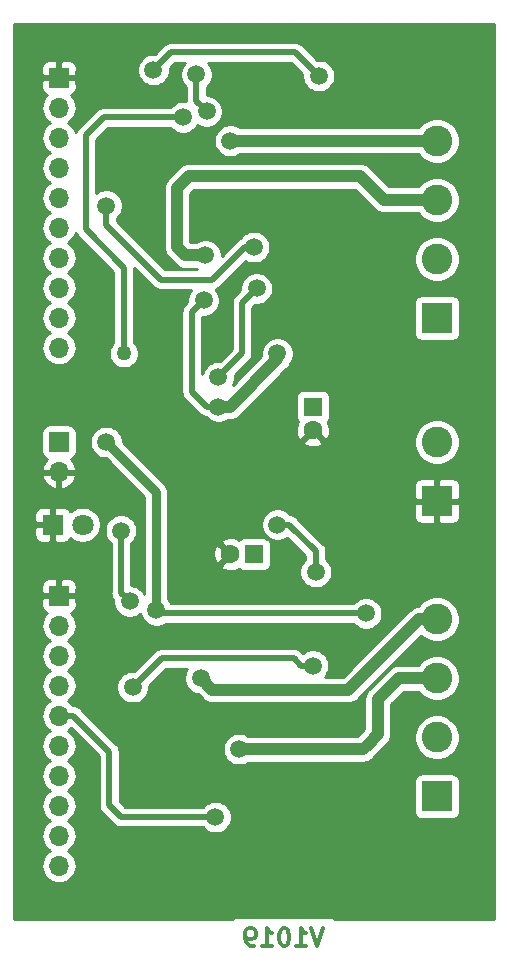
<source format=gbr>
G04 #@! TF.GenerationSoftware,KiCad,Pcbnew,5.1.4-e60b266~84~ubuntu18.04.1*
G04 #@! TF.CreationDate,2019-10-21T19:42:27-03:00*
G04 #@! TF.ProjectId,DCI_TP_Final_GG,4443495f-5450-45f4-9669-6e616c5f4747,M. Brignone*
G04 #@! TF.SameCoordinates,Original*
G04 #@! TF.FileFunction,Copper,L2,Bot*
G04 #@! TF.FilePolarity,Positive*
%FSLAX46Y46*%
G04 Gerber Fmt 4.6, Leading zero omitted, Abs format (unit mm)*
G04 Created by KiCad (PCBNEW 5.1.4-e60b266~84~ubuntu18.04.1) date 2019-10-21 19:42:27*
%MOMM*%
%LPD*%
G04 APERTURE LIST*
%ADD10C,0.300000*%
%ADD11C,2.600000*%
%ADD12R,2.600000X2.600000*%
%ADD13O,1.700000X1.700000*%
%ADD14R,1.700000X1.700000*%
%ADD15C,1.800000*%
%ADD16R,1.800000X1.800000*%
%ADD17C,1.600000*%
%ADD18R,1.600000X1.600000*%
%ADD19C,1.500000*%
%ADD20C,1.300000*%
%ADD21C,2.000000*%
%ADD22C,1.270000*%
%ADD23C,0.500000*%
%ADD24C,0.750000*%
%ADD25C,1.000000*%
%ADD26C,0.254000*%
G04 APERTURE END LIST*
D10*
X133357142Y-134178571D02*
X132857142Y-135678571D01*
X132357142Y-134178571D01*
X131071428Y-135678571D02*
X131928571Y-135678571D01*
X131500000Y-135678571D02*
X131500000Y-134178571D01*
X131642857Y-134392857D01*
X131785714Y-134535714D01*
X131928571Y-134607142D01*
X130142857Y-134178571D02*
X130000000Y-134178571D01*
X129857142Y-134250000D01*
X129785714Y-134321428D01*
X129714285Y-134464285D01*
X129642857Y-134750000D01*
X129642857Y-135107142D01*
X129714285Y-135392857D01*
X129785714Y-135535714D01*
X129857142Y-135607142D01*
X130000000Y-135678571D01*
X130142857Y-135678571D01*
X130285714Y-135607142D01*
X130357142Y-135535714D01*
X130428571Y-135392857D01*
X130500000Y-135107142D01*
X130500000Y-134750000D01*
X130428571Y-134464285D01*
X130357142Y-134321428D01*
X130285714Y-134250000D01*
X130142857Y-134178571D01*
X128214285Y-135678571D02*
X129071428Y-135678571D01*
X128642857Y-135678571D02*
X128642857Y-134178571D01*
X128785714Y-134392857D01*
X128928571Y-134535714D01*
X129071428Y-134607142D01*
X127500000Y-135678571D02*
X127214285Y-135678571D01*
X127071428Y-135607142D01*
X127000000Y-135535714D01*
X126857142Y-135321428D01*
X126785714Y-135035714D01*
X126785714Y-134464285D01*
X126857142Y-134321428D01*
X126928571Y-134250000D01*
X127071428Y-134178571D01*
X127357142Y-134178571D01*
X127500000Y-134250000D01*
X127571428Y-134321428D01*
X127642857Y-134464285D01*
X127642857Y-134821428D01*
X127571428Y-134964285D01*
X127500000Y-135035714D01*
X127357142Y-135107142D01*
X127071428Y-135107142D01*
X126928571Y-135035714D01*
X126857142Y-134964285D01*
X126785714Y-134821428D01*
D11*
X143000000Y-108000000D03*
X143000000Y-113000000D03*
X143000000Y-118000000D03*
D12*
X143000000Y-123000000D03*
D11*
X143000000Y-93000000D03*
D12*
X143000000Y-98000000D03*
D13*
X111000000Y-95540000D03*
D14*
X111000000Y-93000000D03*
D13*
X111000000Y-128860000D03*
X111000000Y-126320000D03*
X111000000Y-123780000D03*
X111000000Y-121240000D03*
X111000000Y-118700000D03*
X111000000Y-116160000D03*
X111000000Y-113620000D03*
X111000000Y-111080000D03*
X111000000Y-108540000D03*
D14*
X111000000Y-106000000D03*
D13*
X111000000Y-85000000D03*
X111000000Y-82460000D03*
X111000000Y-79920000D03*
X111000000Y-77380000D03*
X111000000Y-74840000D03*
X111000000Y-72300000D03*
X111000000Y-69760000D03*
X111000000Y-67220000D03*
X111000000Y-64680000D03*
D14*
X111000000Y-62140000D03*
D11*
X143000000Y-67500000D03*
X143000000Y-72500000D03*
X143000000Y-77500000D03*
D12*
X143000000Y-82500000D03*
D15*
X113000000Y-100000000D03*
D16*
X110460000Y-100000000D03*
D17*
X132500000Y-92000000D03*
D18*
X132500000Y-90000000D03*
D17*
X125500000Y-102500000D03*
D18*
X127500000Y-102500000D03*
D19*
X135000000Y-104000000D03*
D20*
X113500000Y-120500000D03*
D19*
X131375000Y-116125000D03*
D21*
X124690000Y-116510000D03*
D19*
X114250000Y-115500000D03*
X134500000Y-122000000D03*
X115000000Y-107000000D03*
X127500000Y-74000000D03*
X123250000Y-74000000D03*
X113500000Y-77500000D03*
X111750000Y-89250000D03*
X136250000Y-74750000D03*
X136000000Y-84000000D03*
X137750000Y-63750000D03*
X119250000Y-107250000D03*
X115000000Y-93000000D03*
X137000000Y-107500000D03*
X129500000Y-85500000D03*
X124500000Y-90000000D03*
X123250000Y-81000000D03*
X125500000Y-67500000D03*
X123400000Y-77200000D03*
X123000000Y-113000000D03*
X126250000Y-119000000D03*
X115000000Y-73000000D03*
X127500000Y-76500000D03*
X124250000Y-124750000D03*
X132500000Y-111940000D03*
X117250000Y-113750000D03*
X129500000Y-100000000D03*
X132750000Y-104000000D03*
X119000000Y-61500000D03*
X133000000Y-62000000D03*
X121500000Y-65500000D03*
D22*
X116500000Y-85500000D03*
D19*
X116250000Y-100500000D03*
X117000000Y-106500000D03*
X124500000Y-87500000D03*
X127750000Y-80000000D03*
X122625000Y-61875000D03*
X123500000Y-65000000D03*
D23*
X123250000Y-81000000D02*
X122250000Y-82000000D01*
X122250000Y-82000000D02*
X122250000Y-88750000D01*
X123500000Y-90000000D02*
X124500000Y-90000000D01*
X122250000Y-88750000D02*
X123500000Y-90000000D01*
X119250000Y-107250000D02*
X119250000Y-100250000D01*
X119500000Y-107500000D02*
X119250000Y-107250000D01*
D24*
X119250000Y-97250000D02*
X115000000Y-93000000D01*
X119250000Y-107250000D02*
X119250000Y-97250000D01*
D25*
X129500000Y-86000000D02*
X129500000Y-85500000D01*
X124500000Y-90000000D02*
X125500000Y-90000000D01*
X125500000Y-90000000D02*
X129500000Y-86000000D01*
D23*
X136000000Y-107500000D02*
X137000000Y-107500000D01*
X136000000Y-107500000D02*
X119500000Y-107500000D01*
X136500000Y-107500000D02*
X136000000Y-107500000D01*
D25*
X128000000Y-67500000D02*
X143000000Y-67500000D01*
X125500000Y-67500000D02*
X128000000Y-67500000D01*
X138500000Y-72500000D02*
X143000000Y-72500000D01*
X123400000Y-77200000D02*
X121700000Y-77200000D01*
X122000000Y-70500000D02*
X136500000Y-70500000D01*
X121700000Y-77200000D02*
X121000000Y-76500000D01*
X121000000Y-76500000D02*
X121000000Y-71500000D01*
X121000000Y-71500000D02*
X122000000Y-70500000D01*
X136500000Y-70500000D02*
X138500000Y-72500000D01*
X143000000Y-108000000D02*
X141500000Y-108000000D01*
X141500000Y-108000000D02*
X135500000Y-114000000D01*
X124000000Y-114000000D02*
X124500000Y-114000000D01*
X123000000Y-113000000D02*
X124000000Y-114000000D01*
X135500000Y-114000000D02*
X124500000Y-114000000D01*
X138000000Y-117750000D02*
X138000000Y-114750000D01*
X138000000Y-114750000D02*
X139750000Y-113000000D01*
X139750000Y-113000000D02*
X143000000Y-113000000D01*
X136750000Y-119000000D02*
X137125000Y-118625000D01*
X126250000Y-119000000D02*
X136750000Y-119000000D01*
X137125000Y-118625000D02*
X138000000Y-117750000D01*
D23*
X119601975Y-79250000D02*
X124000000Y-79250000D01*
X124000000Y-79250000D02*
X126750000Y-76500000D01*
X126750000Y-76500000D02*
X127500000Y-76500000D01*
X115000000Y-74648025D02*
X119601975Y-79250000D01*
X115000000Y-73000000D02*
X115000000Y-74648025D01*
X112202081Y-116160000D02*
X115250000Y-119207919D01*
X111000000Y-116160000D02*
X112202081Y-116160000D01*
X115250000Y-119207919D02*
X115250000Y-120250000D01*
X124250000Y-124750000D02*
X116250000Y-124750000D01*
X115250000Y-123750000D02*
X115250000Y-120250000D01*
X116250000Y-124750000D02*
X115250000Y-123750000D01*
X119694999Y-111305001D02*
X117884999Y-113115001D01*
X117884999Y-113115001D02*
X117250000Y-113750000D01*
X130865001Y-111305001D02*
X119694999Y-111305001D01*
X131500000Y-111940000D02*
X130865001Y-111305001D01*
X132500000Y-111940000D02*
X131500000Y-111940000D01*
X130500000Y-100000000D02*
X129500000Y-100000000D01*
X132750000Y-104000000D02*
X132750000Y-102250000D01*
X132750000Y-102250000D02*
X130500000Y-100000000D01*
X119000000Y-61500000D02*
X120500000Y-60000000D01*
X120500000Y-60000000D02*
X131000000Y-60000000D01*
X131000000Y-60000000D02*
X133000000Y-62000000D01*
X114792002Y-65500000D02*
X113250000Y-67042002D01*
X121500000Y-65500000D02*
X114792002Y-65500000D01*
X116500000Y-78246198D02*
X116500000Y-85500000D01*
X113250000Y-74996198D02*
X116500000Y-78246198D01*
X113250000Y-67042002D02*
X113250000Y-74996198D01*
X117000000Y-106500000D02*
X116250000Y-105750000D01*
X116250000Y-100500000D02*
X116250000Y-105750000D01*
X124500000Y-87500000D02*
X126500000Y-85500000D01*
X126500000Y-85500000D02*
X126500000Y-81250000D01*
X127750000Y-80000000D02*
X126500000Y-81250000D01*
X122625000Y-61875000D02*
X122625000Y-64125000D01*
X122625000Y-64125000D02*
X123500000Y-65000000D01*
D26*
G36*
X147840000Y-133373000D02*
G01*
X134285000Y-133373000D01*
X134285000Y-133210000D01*
X125715000Y-133210000D01*
X125715000Y-133373000D01*
X107160000Y-133373000D01*
X107160000Y-108540000D01*
X109507815Y-108540000D01*
X109536487Y-108831111D01*
X109621401Y-109111034D01*
X109759294Y-109369014D01*
X109944866Y-109595134D01*
X110170986Y-109780706D01*
X110225791Y-109810000D01*
X110170986Y-109839294D01*
X109944866Y-110024866D01*
X109759294Y-110250986D01*
X109621401Y-110508966D01*
X109536487Y-110788889D01*
X109507815Y-111080000D01*
X109536487Y-111371111D01*
X109621401Y-111651034D01*
X109759294Y-111909014D01*
X109944866Y-112135134D01*
X110170986Y-112320706D01*
X110225791Y-112350000D01*
X110170986Y-112379294D01*
X109944866Y-112564866D01*
X109759294Y-112790986D01*
X109621401Y-113048966D01*
X109536487Y-113328889D01*
X109507815Y-113620000D01*
X109536487Y-113911111D01*
X109621401Y-114191034D01*
X109759294Y-114449014D01*
X109944866Y-114675134D01*
X110170986Y-114860706D01*
X110225791Y-114890000D01*
X110170986Y-114919294D01*
X109944866Y-115104866D01*
X109759294Y-115330986D01*
X109621401Y-115588966D01*
X109536487Y-115868889D01*
X109507815Y-116160000D01*
X109536487Y-116451111D01*
X109621401Y-116731034D01*
X109759294Y-116989014D01*
X109944866Y-117215134D01*
X110170986Y-117400706D01*
X110225791Y-117430000D01*
X110170986Y-117459294D01*
X109944866Y-117644866D01*
X109759294Y-117870986D01*
X109621401Y-118128966D01*
X109536487Y-118408889D01*
X109507815Y-118700000D01*
X109536487Y-118991111D01*
X109621401Y-119271034D01*
X109759294Y-119529014D01*
X109944866Y-119755134D01*
X110170986Y-119940706D01*
X110225791Y-119970000D01*
X110170986Y-119999294D01*
X109944866Y-120184866D01*
X109759294Y-120410986D01*
X109621401Y-120668966D01*
X109536487Y-120948889D01*
X109507815Y-121240000D01*
X109536487Y-121531111D01*
X109621401Y-121811034D01*
X109759294Y-122069014D01*
X109944866Y-122295134D01*
X110170986Y-122480706D01*
X110225791Y-122510000D01*
X110170986Y-122539294D01*
X109944866Y-122724866D01*
X109759294Y-122950986D01*
X109621401Y-123208966D01*
X109536487Y-123488889D01*
X109507815Y-123780000D01*
X109536487Y-124071111D01*
X109621401Y-124351034D01*
X109759294Y-124609014D01*
X109944866Y-124835134D01*
X110170986Y-125020706D01*
X110225791Y-125050000D01*
X110170986Y-125079294D01*
X109944866Y-125264866D01*
X109759294Y-125490986D01*
X109621401Y-125748966D01*
X109536487Y-126028889D01*
X109507815Y-126320000D01*
X109536487Y-126611111D01*
X109621401Y-126891034D01*
X109759294Y-127149014D01*
X109944866Y-127375134D01*
X110170986Y-127560706D01*
X110225791Y-127590000D01*
X110170986Y-127619294D01*
X109944866Y-127804866D01*
X109759294Y-128030986D01*
X109621401Y-128288966D01*
X109536487Y-128568889D01*
X109507815Y-128860000D01*
X109536487Y-129151111D01*
X109621401Y-129431034D01*
X109759294Y-129689014D01*
X109944866Y-129915134D01*
X110170986Y-130100706D01*
X110428966Y-130238599D01*
X110708889Y-130323513D01*
X110927050Y-130345000D01*
X111072950Y-130345000D01*
X111291111Y-130323513D01*
X111571034Y-130238599D01*
X111829014Y-130100706D01*
X112055134Y-129915134D01*
X112240706Y-129689014D01*
X112378599Y-129431034D01*
X112463513Y-129151111D01*
X112492185Y-128860000D01*
X112463513Y-128568889D01*
X112378599Y-128288966D01*
X112240706Y-128030986D01*
X112055134Y-127804866D01*
X111829014Y-127619294D01*
X111774209Y-127590000D01*
X111829014Y-127560706D01*
X112055134Y-127375134D01*
X112240706Y-127149014D01*
X112378599Y-126891034D01*
X112463513Y-126611111D01*
X112492185Y-126320000D01*
X112463513Y-126028889D01*
X112378599Y-125748966D01*
X112240706Y-125490986D01*
X112055134Y-125264866D01*
X111829014Y-125079294D01*
X111774209Y-125050000D01*
X111829014Y-125020706D01*
X112055134Y-124835134D01*
X112240706Y-124609014D01*
X112378599Y-124351034D01*
X112463513Y-124071111D01*
X112492185Y-123780000D01*
X112463513Y-123488889D01*
X112378599Y-123208966D01*
X112240706Y-122950986D01*
X112055134Y-122724866D01*
X111829014Y-122539294D01*
X111774209Y-122510000D01*
X111829014Y-122480706D01*
X112055134Y-122295134D01*
X112240706Y-122069014D01*
X112378599Y-121811034D01*
X112463513Y-121531111D01*
X112492185Y-121240000D01*
X112463513Y-120948889D01*
X112378599Y-120668966D01*
X112240706Y-120410986D01*
X112055134Y-120184866D01*
X111829014Y-119999294D01*
X111774209Y-119970000D01*
X111829014Y-119940706D01*
X112055134Y-119755134D01*
X112240706Y-119529014D01*
X112378599Y-119271034D01*
X112463513Y-118991111D01*
X112492185Y-118700000D01*
X112463513Y-118408889D01*
X112378599Y-118128966D01*
X112240706Y-117870986D01*
X112055134Y-117644866D01*
X111829014Y-117459294D01*
X111774209Y-117430000D01*
X111829014Y-117400706D01*
X112027948Y-117237445D01*
X114365000Y-119574498D01*
X114365001Y-120206523D01*
X114365000Y-123706531D01*
X114360719Y-123750000D01*
X114365000Y-123793469D01*
X114365000Y-123793476D01*
X114377805Y-123923489D01*
X114428411Y-124090312D01*
X114510589Y-124244058D01*
X114621183Y-124378817D01*
X114654956Y-124406534D01*
X115593470Y-125345049D01*
X115621183Y-125378817D01*
X115654951Y-125406530D01*
X115654953Y-125406532D01*
X115755941Y-125489411D01*
X115909686Y-125571589D01*
X116076510Y-125622195D01*
X116206523Y-125635000D01*
X116206531Y-125635000D01*
X116250000Y-125639281D01*
X116293469Y-125635000D01*
X123176315Y-125635000D01*
X123367114Y-125825799D01*
X123593957Y-125977371D01*
X123846011Y-126081775D01*
X124113589Y-126135000D01*
X124386411Y-126135000D01*
X124653989Y-126081775D01*
X124906043Y-125977371D01*
X125132886Y-125825799D01*
X125325799Y-125632886D01*
X125477371Y-125406043D01*
X125581775Y-125153989D01*
X125635000Y-124886411D01*
X125635000Y-124613589D01*
X125581775Y-124346011D01*
X125477371Y-124093957D01*
X125325799Y-123867114D01*
X125132886Y-123674201D01*
X124906043Y-123522629D01*
X124653989Y-123418225D01*
X124386411Y-123365000D01*
X124113589Y-123365000D01*
X123846011Y-123418225D01*
X123593957Y-123522629D01*
X123367114Y-123674201D01*
X123176315Y-123865000D01*
X116616579Y-123865000D01*
X116135000Y-123383422D01*
X116135000Y-121700000D01*
X141061928Y-121700000D01*
X141061928Y-124300000D01*
X141074188Y-124424482D01*
X141110498Y-124544180D01*
X141169463Y-124654494D01*
X141248815Y-124751185D01*
X141345506Y-124830537D01*
X141455820Y-124889502D01*
X141575518Y-124925812D01*
X141700000Y-124938072D01*
X144300000Y-124938072D01*
X144424482Y-124925812D01*
X144544180Y-124889502D01*
X144654494Y-124830537D01*
X144751185Y-124751185D01*
X144830537Y-124654494D01*
X144889502Y-124544180D01*
X144925812Y-124424482D01*
X144938072Y-124300000D01*
X144938072Y-121700000D01*
X144925812Y-121575518D01*
X144889502Y-121455820D01*
X144830537Y-121345506D01*
X144751185Y-121248815D01*
X144654494Y-121169463D01*
X144544180Y-121110498D01*
X144424482Y-121074188D01*
X144300000Y-121061928D01*
X141700000Y-121061928D01*
X141575518Y-121074188D01*
X141455820Y-121110498D01*
X141345506Y-121169463D01*
X141248815Y-121248815D01*
X141169463Y-121345506D01*
X141110498Y-121455820D01*
X141074188Y-121575518D01*
X141061928Y-121700000D01*
X116135000Y-121700000D01*
X116135000Y-119251384D01*
X116139281Y-119207918D01*
X116135000Y-119164452D01*
X116135000Y-119164442D01*
X116122195Y-119034429D01*
X116071589Y-118867606D01*
X116069442Y-118863589D01*
X124865000Y-118863589D01*
X124865000Y-119136411D01*
X124918225Y-119403989D01*
X125022629Y-119656043D01*
X125174201Y-119882886D01*
X125367114Y-120075799D01*
X125593957Y-120227371D01*
X125846011Y-120331775D01*
X126113589Y-120385000D01*
X126386411Y-120385000D01*
X126653989Y-120331775D01*
X126906043Y-120227371D01*
X127044286Y-120135000D01*
X136694249Y-120135000D01*
X136750000Y-120140491D01*
X136805751Y-120135000D01*
X136805752Y-120135000D01*
X136972499Y-120118577D01*
X137186447Y-120053676D01*
X137383623Y-119948284D01*
X137556449Y-119806449D01*
X137591996Y-119763135D01*
X137966988Y-119388143D01*
X138763140Y-118591992D01*
X138806449Y-118556449D01*
X138948284Y-118383623D01*
X139053676Y-118186447D01*
X139118577Y-117972499D01*
X139134638Y-117809419D01*
X141065000Y-117809419D01*
X141065000Y-118190581D01*
X141139361Y-118564419D01*
X141285225Y-118916566D01*
X141496987Y-119233491D01*
X141766509Y-119503013D01*
X142083434Y-119714775D01*
X142435581Y-119860639D01*
X142809419Y-119935000D01*
X143190581Y-119935000D01*
X143564419Y-119860639D01*
X143916566Y-119714775D01*
X144233491Y-119503013D01*
X144503013Y-119233491D01*
X144714775Y-118916566D01*
X144860639Y-118564419D01*
X144935000Y-118190581D01*
X144935000Y-117809419D01*
X144860639Y-117435581D01*
X144714775Y-117083434D01*
X144503013Y-116766509D01*
X144233491Y-116496987D01*
X143916566Y-116285225D01*
X143564419Y-116139361D01*
X143190581Y-116065000D01*
X142809419Y-116065000D01*
X142435581Y-116139361D01*
X142083434Y-116285225D01*
X141766509Y-116496987D01*
X141496987Y-116766509D01*
X141285225Y-117083434D01*
X141139361Y-117435581D01*
X141065000Y-117809419D01*
X139134638Y-117809419D01*
X139135000Y-117805752D01*
X139135000Y-117805751D01*
X139140491Y-117750000D01*
X139135000Y-117694248D01*
X139135000Y-115220131D01*
X140220133Y-114135000D01*
X141431178Y-114135000D01*
X141496987Y-114233491D01*
X141766509Y-114503013D01*
X142083434Y-114714775D01*
X142435581Y-114860639D01*
X142809419Y-114935000D01*
X143190581Y-114935000D01*
X143564419Y-114860639D01*
X143916566Y-114714775D01*
X144233491Y-114503013D01*
X144503013Y-114233491D01*
X144714775Y-113916566D01*
X144860639Y-113564419D01*
X144935000Y-113190581D01*
X144935000Y-112809419D01*
X144860639Y-112435581D01*
X144714775Y-112083434D01*
X144503013Y-111766509D01*
X144233491Y-111496987D01*
X143916566Y-111285225D01*
X143564419Y-111139361D01*
X143190581Y-111065000D01*
X142809419Y-111065000D01*
X142435581Y-111139361D01*
X142083434Y-111285225D01*
X141766509Y-111496987D01*
X141496987Y-111766509D01*
X141431178Y-111865000D01*
X139805752Y-111865000D01*
X139750000Y-111859509D01*
X139527501Y-111881423D01*
X139313553Y-111946324D01*
X139116377Y-112051716D01*
X138986856Y-112158011D01*
X138986855Y-112158012D01*
X138943551Y-112193551D01*
X138908013Y-112236854D01*
X137236860Y-113908009D01*
X137193552Y-113943551D01*
X137051717Y-114116377D01*
X137041763Y-114135000D01*
X136946324Y-114313554D01*
X136881423Y-114527502D01*
X136859509Y-114750000D01*
X136865001Y-114805761D01*
X136865000Y-117279868D01*
X136361857Y-117783012D01*
X136279869Y-117865000D01*
X127044286Y-117865000D01*
X126906043Y-117772629D01*
X126653989Y-117668225D01*
X126386411Y-117615000D01*
X126113589Y-117615000D01*
X125846011Y-117668225D01*
X125593957Y-117772629D01*
X125367114Y-117924201D01*
X125174201Y-118117114D01*
X125022629Y-118343957D01*
X124918225Y-118596011D01*
X124865000Y-118863589D01*
X116069442Y-118863589D01*
X115989411Y-118713860D01*
X115878817Y-118579102D01*
X115845050Y-118551390D01*
X112858615Y-115564956D01*
X112830898Y-115531183D01*
X112696140Y-115420589D01*
X112542394Y-115338411D01*
X112375571Y-115287805D01*
X112245558Y-115275000D01*
X112245550Y-115275000D01*
X112202081Y-115270719D01*
X112192056Y-115271706D01*
X112055134Y-115104866D01*
X111829014Y-114919294D01*
X111774209Y-114890000D01*
X111829014Y-114860706D01*
X112055134Y-114675134D01*
X112240706Y-114449014D01*
X112378599Y-114191034D01*
X112463513Y-113911111D01*
X112492185Y-113620000D01*
X112491554Y-113613589D01*
X115865000Y-113613589D01*
X115865000Y-113886411D01*
X115918225Y-114153989D01*
X116022629Y-114406043D01*
X116174201Y-114632886D01*
X116367114Y-114825799D01*
X116593957Y-114977371D01*
X116846011Y-115081775D01*
X117113589Y-115135000D01*
X117386411Y-115135000D01*
X117653989Y-115081775D01*
X117906043Y-114977371D01*
X118132886Y-114825799D01*
X118325799Y-114632886D01*
X118477371Y-114406043D01*
X118581775Y-114153989D01*
X118635000Y-113886411D01*
X118635000Y-113616578D01*
X120061578Y-112190001D01*
X121875499Y-112190001D01*
X121772629Y-112343957D01*
X121668225Y-112596011D01*
X121615000Y-112863589D01*
X121615000Y-113136411D01*
X121668225Y-113403989D01*
X121772629Y-113656043D01*
X121924201Y-113882886D01*
X122117114Y-114075799D01*
X122343957Y-114227371D01*
X122596011Y-114331775D01*
X122759079Y-114364212D01*
X123158013Y-114763145D01*
X123193551Y-114806449D01*
X123236854Y-114841987D01*
X123236856Y-114841989D01*
X123366377Y-114948284D01*
X123563553Y-115053676D01*
X123777501Y-115118577D01*
X124000000Y-115140491D01*
X124055752Y-115135000D01*
X135444249Y-115135000D01*
X135500000Y-115140491D01*
X135555751Y-115135000D01*
X135555752Y-115135000D01*
X135722499Y-115118577D01*
X135936447Y-115053676D01*
X136133623Y-114948284D01*
X136306449Y-114806449D01*
X136341996Y-114763135D01*
X141684314Y-109420818D01*
X141766509Y-109503013D01*
X142083434Y-109714775D01*
X142435581Y-109860639D01*
X142809419Y-109935000D01*
X143190581Y-109935000D01*
X143564419Y-109860639D01*
X143916566Y-109714775D01*
X144233491Y-109503013D01*
X144503013Y-109233491D01*
X144714775Y-108916566D01*
X144860639Y-108564419D01*
X144935000Y-108190581D01*
X144935000Y-107809419D01*
X144860639Y-107435581D01*
X144714775Y-107083434D01*
X144503013Y-106766509D01*
X144233491Y-106496987D01*
X143916566Y-106285225D01*
X143564419Y-106139361D01*
X143190581Y-106065000D01*
X142809419Y-106065000D01*
X142435581Y-106139361D01*
X142083434Y-106285225D01*
X141766509Y-106496987D01*
X141496987Y-106766509D01*
X141430257Y-106866378D01*
X141277501Y-106881423D01*
X141063553Y-106946324D01*
X140866377Y-107051716D01*
X140693551Y-107193551D01*
X140658009Y-107236859D01*
X135029869Y-112865000D01*
X133533685Y-112865000D01*
X133575799Y-112822886D01*
X133727371Y-112596043D01*
X133831775Y-112343989D01*
X133885000Y-112076411D01*
X133885000Y-111803589D01*
X133831775Y-111536011D01*
X133727371Y-111283957D01*
X133575799Y-111057114D01*
X133382886Y-110864201D01*
X133156043Y-110712629D01*
X132903989Y-110608225D01*
X132636411Y-110555000D01*
X132363589Y-110555000D01*
X132096011Y-110608225D01*
X131843957Y-110712629D01*
X131652281Y-110840703D01*
X131521535Y-110709957D01*
X131493818Y-110676184D01*
X131359060Y-110565590D01*
X131205314Y-110483412D01*
X131038491Y-110432806D01*
X130908478Y-110420001D01*
X130908470Y-110420001D01*
X130865001Y-110415720D01*
X130821532Y-110420001D01*
X119738468Y-110420001D01*
X119694999Y-110415720D01*
X119651530Y-110420001D01*
X119651522Y-110420001D01*
X119521509Y-110432806D01*
X119354685Y-110483412D01*
X119200940Y-110565590D01*
X119099952Y-110648469D01*
X119099950Y-110648471D01*
X119066182Y-110676184D01*
X119038469Y-110709952D01*
X117383422Y-112365000D01*
X117113589Y-112365000D01*
X116846011Y-112418225D01*
X116593957Y-112522629D01*
X116367114Y-112674201D01*
X116174201Y-112867114D01*
X116022629Y-113093957D01*
X115918225Y-113346011D01*
X115865000Y-113613589D01*
X112491554Y-113613589D01*
X112463513Y-113328889D01*
X112378599Y-113048966D01*
X112240706Y-112790986D01*
X112055134Y-112564866D01*
X111829014Y-112379294D01*
X111774209Y-112350000D01*
X111829014Y-112320706D01*
X112055134Y-112135134D01*
X112240706Y-111909014D01*
X112378599Y-111651034D01*
X112463513Y-111371111D01*
X112492185Y-111080000D01*
X112463513Y-110788889D01*
X112378599Y-110508966D01*
X112240706Y-110250986D01*
X112055134Y-110024866D01*
X111829014Y-109839294D01*
X111774209Y-109810000D01*
X111829014Y-109780706D01*
X112055134Y-109595134D01*
X112240706Y-109369014D01*
X112378599Y-109111034D01*
X112463513Y-108831111D01*
X112492185Y-108540000D01*
X112463513Y-108248889D01*
X112378599Y-107968966D01*
X112240706Y-107710986D01*
X112055134Y-107484866D01*
X112025313Y-107460393D01*
X112094180Y-107439502D01*
X112204494Y-107380537D01*
X112301185Y-107301185D01*
X112380537Y-107204494D01*
X112439502Y-107094180D01*
X112475812Y-106974482D01*
X112488072Y-106850000D01*
X112485000Y-106285750D01*
X112326250Y-106127000D01*
X111127000Y-106127000D01*
X111127000Y-106147000D01*
X110873000Y-106147000D01*
X110873000Y-106127000D01*
X109673750Y-106127000D01*
X109515000Y-106285750D01*
X109511928Y-106850000D01*
X109524188Y-106974482D01*
X109560498Y-107094180D01*
X109619463Y-107204494D01*
X109698815Y-107301185D01*
X109795506Y-107380537D01*
X109905820Y-107439502D01*
X109974687Y-107460393D01*
X109944866Y-107484866D01*
X109759294Y-107710986D01*
X109621401Y-107968966D01*
X109536487Y-108248889D01*
X109507815Y-108540000D01*
X107160000Y-108540000D01*
X107160000Y-105150000D01*
X109511928Y-105150000D01*
X109515000Y-105714250D01*
X109673750Y-105873000D01*
X110873000Y-105873000D01*
X110873000Y-104673750D01*
X111127000Y-104673750D01*
X111127000Y-105873000D01*
X112326250Y-105873000D01*
X112485000Y-105714250D01*
X112488072Y-105150000D01*
X112475812Y-105025518D01*
X112439502Y-104905820D01*
X112380537Y-104795506D01*
X112301185Y-104698815D01*
X112204494Y-104619463D01*
X112094180Y-104560498D01*
X111974482Y-104524188D01*
X111850000Y-104511928D01*
X111285750Y-104515000D01*
X111127000Y-104673750D01*
X110873000Y-104673750D01*
X110714250Y-104515000D01*
X110150000Y-104511928D01*
X110025518Y-104524188D01*
X109905820Y-104560498D01*
X109795506Y-104619463D01*
X109698815Y-104698815D01*
X109619463Y-104795506D01*
X109560498Y-104905820D01*
X109524188Y-105025518D01*
X109511928Y-105150000D01*
X107160000Y-105150000D01*
X107160000Y-100900000D01*
X108921928Y-100900000D01*
X108934188Y-101024482D01*
X108970498Y-101144180D01*
X109029463Y-101254494D01*
X109108815Y-101351185D01*
X109205506Y-101430537D01*
X109315820Y-101489502D01*
X109435518Y-101525812D01*
X109560000Y-101538072D01*
X110174250Y-101535000D01*
X110333000Y-101376250D01*
X110333000Y-100127000D01*
X109083750Y-100127000D01*
X108925000Y-100285750D01*
X108921928Y-100900000D01*
X107160000Y-100900000D01*
X107160000Y-99100000D01*
X108921928Y-99100000D01*
X108925000Y-99714250D01*
X109083750Y-99873000D01*
X110333000Y-99873000D01*
X110333000Y-98623750D01*
X110587000Y-98623750D01*
X110587000Y-99873000D01*
X110607000Y-99873000D01*
X110607000Y-100127000D01*
X110587000Y-100127000D01*
X110587000Y-101376250D01*
X110745750Y-101535000D01*
X111360000Y-101538072D01*
X111484482Y-101525812D01*
X111604180Y-101489502D01*
X111714494Y-101430537D01*
X111811185Y-101351185D01*
X111890537Y-101254494D01*
X111949502Y-101144180D01*
X111955056Y-101125873D01*
X112021495Y-101192312D01*
X112272905Y-101360299D01*
X112552257Y-101476011D01*
X112848816Y-101535000D01*
X113151184Y-101535000D01*
X113447743Y-101476011D01*
X113727095Y-101360299D01*
X113978505Y-101192312D01*
X114192312Y-100978505D01*
X114360299Y-100727095D01*
X114476011Y-100447743D01*
X114535000Y-100151184D01*
X114535000Y-99848816D01*
X114476011Y-99552257D01*
X114360299Y-99272905D01*
X114192312Y-99021495D01*
X113978505Y-98807688D01*
X113727095Y-98639701D01*
X113447743Y-98523989D01*
X113151184Y-98465000D01*
X112848816Y-98465000D01*
X112552257Y-98523989D01*
X112272905Y-98639701D01*
X112021495Y-98807688D01*
X111955056Y-98874127D01*
X111949502Y-98855820D01*
X111890537Y-98745506D01*
X111811185Y-98648815D01*
X111714494Y-98569463D01*
X111604180Y-98510498D01*
X111484482Y-98474188D01*
X111360000Y-98461928D01*
X110745750Y-98465000D01*
X110587000Y-98623750D01*
X110333000Y-98623750D01*
X110174250Y-98465000D01*
X109560000Y-98461928D01*
X109435518Y-98474188D01*
X109315820Y-98510498D01*
X109205506Y-98569463D01*
X109108815Y-98648815D01*
X109029463Y-98745506D01*
X108970498Y-98855820D01*
X108934188Y-98975518D01*
X108921928Y-99100000D01*
X107160000Y-99100000D01*
X107160000Y-95896890D01*
X109558524Y-95896890D01*
X109603175Y-96044099D01*
X109728359Y-96306920D01*
X109902412Y-96540269D01*
X110118645Y-96735178D01*
X110368748Y-96884157D01*
X110643109Y-96981481D01*
X110873000Y-96860814D01*
X110873000Y-95667000D01*
X111127000Y-95667000D01*
X111127000Y-96860814D01*
X111356891Y-96981481D01*
X111631252Y-96884157D01*
X111881355Y-96735178D01*
X112097588Y-96540269D01*
X112271641Y-96306920D01*
X112396825Y-96044099D01*
X112441476Y-95896890D01*
X112320155Y-95667000D01*
X111127000Y-95667000D01*
X110873000Y-95667000D01*
X109679845Y-95667000D01*
X109558524Y-95896890D01*
X107160000Y-95896890D01*
X107160000Y-92150000D01*
X109511928Y-92150000D01*
X109511928Y-93850000D01*
X109524188Y-93974482D01*
X109560498Y-94094180D01*
X109619463Y-94204494D01*
X109698815Y-94301185D01*
X109795506Y-94380537D01*
X109905820Y-94439502D01*
X109986466Y-94463966D01*
X109902412Y-94539731D01*
X109728359Y-94773080D01*
X109603175Y-95035901D01*
X109558524Y-95183110D01*
X109679845Y-95413000D01*
X110873000Y-95413000D01*
X110873000Y-95393000D01*
X111127000Y-95393000D01*
X111127000Y-95413000D01*
X112320155Y-95413000D01*
X112441476Y-95183110D01*
X112396825Y-95035901D01*
X112271641Y-94773080D01*
X112097588Y-94539731D01*
X112013534Y-94463966D01*
X112094180Y-94439502D01*
X112204494Y-94380537D01*
X112301185Y-94301185D01*
X112380537Y-94204494D01*
X112439502Y-94094180D01*
X112475812Y-93974482D01*
X112488072Y-93850000D01*
X112488072Y-92863589D01*
X113615000Y-92863589D01*
X113615000Y-93136411D01*
X113668225Y-93403989D01*
X113772629Y-93656043D01*
X113924201Y-93882886D01*
X114117114Y-94075799D01*
X114343957Y-94227371D01*
X114596011Y-94331775D01*
X114863589Y-94385000D01*
X114956645Y-94385000D01*
X118240001Y-97668357D01*
X118240000Y-105874446D01*
X118227371Y-105843957D01*
X118075799Y-105617114D01*
X117882886Y-105424201D01*
X117656043Y-105272629D01*
X117403989Y-105168225D01*
X117136411Y-105115000D01*
X117135000Y-105115000D01*
X117135000Y-101573685D01*
X117325799Y-101382886D01*
X117477371Y-101156043D01*
X117581775Y-100903989D01*
X117635000Y-100636411D01*
X117635000Y-100363589D01*
X117581775Y-100096011D01*
X117477371Y-99843957D01*
X117325799Y-99617114D01*
X117132886Y-99424201D01*
X116906043Y-99272629D01*
X116653989Y-99168225D01*
X116386411Y-99115000D01*
X116113589Y-99115000D01*
X115846011Y-99168225D01*
X115593957Y-99272629D01*
X115367114Y-99424201D01*
X115174201Y-99617114D01*
X115022629Y-99843957D01*
X114918225Y-100096011D01*
X114865000Y-100363589D01*
X114865000Y-100636411D01*
X114918225Y-100903989D01*
X115022629Y-101156043D01*
X115174201Y-101382886D01*
X115365000Y-101573685D01*
X115365001Y-105706521D01*
X115360719Y-105750000D01*
X115377805Y-105923490D01*
X115428412Y-106090313D01*
X115510590Y-106244059D01*
X115593468Y-106345046D01*
X115593471Y-106345049D01*
X115615000Y-106371282D01*
X115615000Y-106636411D01*
X115668225Y-106903989D01*
X115772629Y-107156043D01*
X115924201Y-107382886D01*
X116117114Y-107575799D01*
X116343957Y-107727371D01*
X116596011Y-107831775D01*
X116863589Y-107885000D01*
X117136411Y-107885000D01*
X117403989Y-107831775D01*
X117656043Y-107727371D01*
X117882886Y-107575799D01*
X117899389Y-107559296D01*
X117918225Y-107653989D01*
X118022629Y-107906043D01*
X118174201Y-108132886D01*
X118367114Y-108325799D01*
X118593957Y-108477371D01*
X118846011Y-108581775D01*
X119113589Y-108635000D01*
X119386411Y-108635000D01*
X119653989Y-108581775D01*
X119906043Y-108477371D01*
X120044286Y-108385000D01*
X135926315Y-108385000D01*
X136117114Y-108575799D01*
X136343957Y-108727371D01*
X136596011Y-108831775D01*
X136863589Y-108885000D01*
X137136411Y-108885000D01*
X137403989Y-108831775D01*
X137656043Y-108727371D01*
X137882886Y-108575799D01*
X138075799Y-108382886D01*
X138227371Y-108156043D01*
X138331775Y-107903989D01*
X138385000Y-107636411D01*
X138385000Y-107363589D01*
X138331775Y-107096011D01*
X138227371Y-106843957D01*
X138075799Y-106617114D01*
X137882886Y-106424201D01*
X137656043Y-106272629D01*
X137403989Y-106168225D01*
X137136411Y-106115000D01*
X136863589Y-106115000D01*
X136596011Y-106168225D01*
X136343957Y-106272629D01*
X136117114Y-106424201D01*
X135926315Y-106615000D01*
X120486087Y-106615000D01*
X120477371Y-106593957D01*
X120325799Y-106367114D01*
X120260000Y-106301315D01*
X120260000Y-102570512D01*
X124059783Y-102570512D01*
X124101213Y-102850130D01*
X124196397Y-103116292D01*
X124263329Y-103241514D01*
X124507298Y-103313097D01*
X125320395Y-102500000D01*
X124507298Y-101686903D01*
X124263329Y-101758486D01*
X124142429Y-102013996D01*
X124073700Y-102288184D01*
X124059783Y-102570512D01*
X120260000Y-102570512D01*
X120260000Y-101507298D01*
X124686903Y-101507298D01*
X125500000Y-102320395D01*
X125514143Y-102306253D01*
X125693748Y-102485858D01*
X125679605Y-102500000D01*
X125693748Y-102514143D01*
X125514143Y-102693748D01*
X125500000Y-102679605D01*
X124686903Y-103492702D01*
X124758486Y-103736671D01*
X125013996Y-103857571D01*
X125288184Y-103926300D01*
X125570512Y-103940217D01*
X125850130Y-103898787D01*
X126116292Y-103803603D01*
X126238309Y-103738384D01*
X126248815Y-103751185D01*
X126345506Y-103830537D01*
X126455820Y-103889502D01*
X126575518Y-103925812D01*
X126700000Y-103938072D01*
X128300000Y-103938072D01*
X128424482Y-103925812D01*
X128544180Y-103889502D01*
X128654494Y-103830537D01*
X128751185Y-103751185D01*
X128830537Y-103654494D01*
X128889502Y-103544180D01*
X128925812Y-103424482D01*
X128938072Y-103300000D01*
X128938072Y-101700000D01*
X128925812Y-101575518D01*
X128889502Y-101455820D01*
X128830537Y-101345506D01*
X128751185Y-101248815D01*
X128654494Y-101169463D01*
X128544180Y-101110498D01*
X128424482Y-101074188D01*
X128300000Y-101061928D01*
X126700000Y-101061928D01*
X126575518Y-101074188D01*
X126455820Y-101110498D01*
X126345506Y-101169463D01*
X126248815Y-101248815D01*
X126238193Y-101261758D01*
X125986004Y-101142429D01*
X125711816Y-101073700D01*
X125429488Y-101059783D01*
X125149870Y-101101213D01*
X124883708Y-101196397D01*
X124758486Y-101263329D01*
X124686903Y-101507298D01*
X120260000Y-101507298D01*
X120260000Y-99863589D01*
X128115000Y-99863589D01*
X128115000Y-100136411D01*
X128168225Y-100403989D01*
X128272629Y-100656043D01*
X128424201Y-100882886D01*
X128617114Y-101075799D01*
X128843957Y-101227371D01*
X129096011Y-101331775D01*
X129363589Y-101385000D01*
X129636411Y-101385000D01*
X129903989Y-101331775D01*
X130156043Y-101227371D01*
X130347719Y-101099297D01*
X131865001Y-102616580D01*
X131865001Y-102926314D01*
X131674201Y-103117114D01*
X131522629Y-103343957D01*
X131418225Y-103596011D01*
X131365000Y-103863589D01*
X131365000Y-104136411D01*
X131418225Y-104403989D01*
X131522629Y-104656043D01*
X131674201Y-104882886D01*
X131867114Y-105075799D01*
X132093957Y-105227371D01*
X132346011Y-105331775D01*
X132613589Y-105385000D01*
X132886411Y-105385000D01*
X133153989Y-105331775D01*
X133406043Y-105227371D01*
X133632886Y-105075799D01*
X133825799Y-104882886D01*
X133977371Y-104656043D01*
X134081775Y-104403989D01*
X134135000Y-104136411D01*
X134135000Y-103863589D01*
X134081775Y-103596011D01*
X133977371Y-103343957D01*
X133825799Y-103117114D01*
X133635000Y-102926315D01*
X133635000Y-102293469D01*
X133639281Y-102250000D01*
X133635000Y-102206531D01*
X133635000Y-102206523D01*
X133622195Y-102076510D01*
X133571589Y-101909687D01*
X133571589Y-101909686D01*
X133489411Y-101755941D01*
X133406532Y-101654953D01*
X133406530Y-101654951D01*
X133378817Y-101621183D01*
X133345049Y-101593470D01*
X131156534Y-99404956D01*
X131128817Y-99371183D01*
X131042082Y-99300000D01*
X141061928Y-99300000D01*
X141074188Y-99424482D01*
X141110498Y-99544180D01*
X141169463Y-99654494D01*
X141248815Y-99751185D01*
X141345506Y-99830537D01*
X141455820Y-99889502D01*
X141575518Y-99925812D01*
X141700000Y-99938072D01*
X142714250Y-99935000D01*
X142873000Y-99776250D01*
X142873000Y-98127000D01*
X143127000Y-98127000D01*
X143127000Y-99776250D01*
X143285750Y-99935000D01*
X144300000Y-99938072D01*
X144424482Y-99925812D01*
X144544180Y-99889502D01*
X144654494Y-99830537D01*
X144751185Y-99751185D01*
X144830537Y-99654494D01*
X144889502Y-99544180D01*
X144925812Y-99424482D01*
X144938072Y-99300000D01*
X144935000Y-98285750D01*
X144776250Y-98127000D01*
X143127000Y-98127000D01*
X142873000Y-98127000D01*
X141223750Y-98127000D01*
X141065000Y-98285750D01*
X141061928Y-99300000D01*
X131042082Y-99300000D01*
X130994059Y-99260589D01*
X130840313Y-99178411D01*
X130673490Y-99127805D01*
X130576564Y-99118259D01*
X130575799Y-99117114D01*
X130382886Y-98924201D01*
X130156043Y-98772629D01*
X129903989Y-98668225D01*
X129636411Y-98615000D01*
X129363589Y-98615000D01*
X129096011Y-98668225D01*
X128843957Y-98772629D01*
X128617114Y-98924201D01*
X128424201Y-99117114D01*
X128272629Y-99343957D01*
X128168225Y-99596011D01*
X128115000Y-99863589D01*
X120260000Y-99863589D01*
X120260000Y-97299608D01*
X120264886Y-97250000D01*
X120245385Y-97052005D01*
X120187632Y-96861620D01*
X120187201Y-96860814D01*
X120101245Y-96700000D01*
X141061928Y-96700000D01*
X141065000Y-97714250D01*
X141223750Y-97873000D01*
X142873000Y-97873000D01*
X142873000Y-96223750D01*
X143127000Y-96223750D01*
X143127000Y-97873000D01*
X144776250Y-97873000D01*
X144935000Y-97714250D01*
X144938072Y-96700000D01*
X144925812Y-96575518D01*
X144889502Y-96455820D01*
X144830537Y-96345506D01*
X144751185Y-96248815D01*
X144654494Y-96169463D01*
X144544180Y-96110498D01*
X144424482Y-96074188D01*
X144300000Y-96061928D01*
X143285750Y-96065000D01*
X143127000Y-96223750D01*
X142873000Y-96223750D01*
X142714250Y-96065000D01*
X141700000Y-96061928D01*
X141575518Y-96074188D01*
X141455820Y-96110498D01*
X141345506Y-96169463D01*
X141248815Y-96248815D01*
X141169463Y-96345506D01*
X141110498Y-96455820D01*
X141074188Y-96575518D01*
X141061928Y-96700000D01*
X120101245Y-96700000D01*
X120093847Y-96686160D01*
X119967633Y-96532367D01*
X119929100Y-96500744D01*
X116421058Y-92992702D01*
X131686903Y-92992702D01*
X131758486Y-93236671D01*
X132013996Y-93357571D01*
X132288184Y-93426300D01*
X132570512Y-93440217D01*
X132850130Y-93398787D01*
X133116292Y-93303603D01*
X133241514Y-93236671D01*
X133313097Y-92992702D01*
X132500000Y-92179605D01*
X131686903Y-92992702D01*
X116421058Y-92992702D01*
X116385000Y-92956645D01*
X116385000Y-92863589D01*
X116331775Y-92596011D01*
X116227371Y-92343957D01*
X116075799Y-92117114D01*
X116029197Y-92070512D01*
X131059783Y-92070512D01*
X131101213Y-92350130D01*
X131196397Y-92616292D01*
X131263329Y-92741514D01*
X131507298Y-92813097D01*
X132320395Y-92000000D01*
X132306253Y-91985858D01*
X132485858Y-91806253D01*
X132500000Y-91820395D01*
X132514143Y-91806253D01*
X132693748Y-91985858D01*
X132679605Y-92000000D01*
X133492702Y-92813097D01*
X133505237Y-92809419D01*
X141065000Y-92809419D01*
X141065000Y-93190581D01*
X141139361Y-93564419D01*
X141285225Y-93916566D01*
X141496987Y-94233491D01*
X141766509Y-94503013D01*
X142083434Y-94714775D01*
X142435581Y-94860639D01*
X142809419Y-94935000D01*
X143190581Y-94935000D01*
X143564419Y-94860639D01*
X143916566Y-94714775D01*
X144233491Y-94503013D01*
X144503013Y-94233491D01*
X144714775Y-93916566D01*
X144860639Y-93564419D01*
X144935000Y-93190581D01*
X144935000Y-92809419D01*
X144860639Y-92435581D01*
X144714775Y-92083434D01*
X144503013Y-91766509D01*
X144233491Y-91496987D01*
X143916566Y-91285225D01*
X143564419Y-91139361D01*
X143190581Y-91065000D01*
X142809419Y-91065000D01*
X142435581Y-91139361D01*
X142083434Y-91285225D01*
X141766509Y-91496987D01*
X141496987Y-91766509D01*
X141285225Y-92083434D01*
X141139361Y-92435581D01*
X141065000Y-92809419D01*
X133505237Y-92809419D01*
X133736671Y-92741514D01*
X133857571Y-92486004D01*
X133926300Y-92211816D01*
X133940217Y-91929488D01*
X133898787Y-91649870D01*
X133803603Y-91383708D01*
X133738384Y-91261691D01*
X133751185Y-91251185D01*
X133830537Y-91154494D01*
X133889502Y-91044180D01*
X133925812Y-90924482D01*
X133938072Y-90800000D01*
X133938072Y-89200000D01*
X133925812Y-89075518D01*
X133889502Y-88955820D01*
X133830537Y-88845506D01*
X133751185Y-88748815D01*
X133654494Y-88669463D01*
X133544180Y-88610498D01*
X133424482Y-88574188D01*
X133300000Y-88561928D01*
X131700000Y-88561928D01*
X131575518Y-88574188D01*
X131455820Y-88610498D01*
X131345506Y-88669463D01*
X131248815Y-88748815D01*
X131169463Y-88845506D01*
X131110498Y-88955820D01*
X131074188Y-89075518D01*
X131061928Y-89200000D01*
X131061928Y-90800000D01*
X131074188Y-90924482D01*
X131110498Y-91044180D01*
X131169463Y-91154494D01*
X131248815Y-91251185D01*
X131261758Y-91261807D01*
X131142429Y-91513996D01*
X131073700Y-91788184D01*
X131059783Y-92070512D01*
X116029197Y-92070512D01*
X115882886Y-91924201D01*
X115656043Y-91772629D01*
X115403989Y-91668225D01*
X115136411Y-91615000D01*
X114863589Y-91615000D01*
X114596011Y-91668225D01*
X114343957Y-91772629D01*
X114117114Y-91924201D01*
X113924201Y-92117114D01*
X113772629Y-92343957D01*
X113668225Y-92596011D01*
X113615000Y-92863589D01*
X112488072Y-92863589D01*
X112488072Y-92150000D01*
X112475812Y-92025518D01*
X112439502Y-91905820D01*
X112380537Y-91795506D01*
X112301185Y-91698815D01*
X112204494Y-91619463D01*
X112094180Y-91560498D01*
X111974482Y-91524188D01*
X111850000Y-91511928D01*
X110150000Y-91511928D01*
X110025518Y-91524188D01*
X109905820Y-91560498D01*
X109795506Y-91619463D01*
X109698815Y-91698815D01*
X109619463Y-91795506D01*
X109560498Y-91905820D01*
X109524188Y-92025518D01*
X109511928Y-92150000D01*
X107160000Y-92150000D01*
X107160000Y-64680000D01*
X109507815Y-64680000D01*
X109536487Y-64971111D01*
X109621401Y-65251034D01*
X109759294Y-65509014D01*
X109944866Y-65735134D01*
X110170986Y-65920706D01*
X110225791Y-65950000D01*
X110170986Y-65979294D01*
X109944866Y-66164866D01*
X109759294Y-66390986D01*
X109621401Y-66648966D01*
X109536487Y-66928889D01*
X109507815Y-67220000D01*
X109536487Y-67511111D01*
X109621401Y-67791034D01*
X109759294Y-68049014D01*
X109944866Y-68275134D01*
X110170986Y-68460706D01*
X110225791Y-68490000D01*
X110170986Y-68519294D01*
X109944866Y-68704866D01*
X109759294Y-68930986D01*
X109621401Y-69188966D01*
X109536487Y-69468889D01*
X109507815Y-69760000D01*
X109536487Y-70051111D01*
X109621401Y-70331034D01*
X109759294Y-70589014D01*
X109944866Y-70815134D01*
X110170986Y-71000706D01*
X110225791Y-71030000D01*
X110170986Y-71059294D01*
X109944866Y-71244866D01*
X109759294Y-71470986D01*
X109621401Y-71728966D01*
X109536487Y-72008889D01*
X109507815Y-72300000D01*
X109536487Y-72591111D01*
X109621401Y-72871034D01*
X109759294Y-73129014D01*
X109944866Y-73355134D01*
X110170986Y-73540706D01*
X110225791Y-73570000D01*
X110170986Y-73599294D01*
X109944866Y-73784866D01*
X109759294Y-74010986D01*
X109621401Y-74268966D01*
X109536487Y-74548889D01*
X109507815Y-74840000D01*
X109536487Y-75131111D01*
X109621401Y-75411034D01*
X109759294Y-75669014D01*
X109944866Y-75895134D01*
X110170986Y-76080706D01*
X110225791Y-76110000D01*
X110170986Y-76139294D01*
X109944866Y-76324866D01*
X109759294Y-76550986D01*
X109621401Y-76808966D01*
X109536487Y-77088889D01*
X109507815Y-77380000D01*
X109536487Y-77671111D01*
X109621401Y-77951034D01*
X109759294Y-78209014D01*
X109944866Y-78435134D01*
X110170986Y-78620706D01*
X110225791Y-78650000D01*
X110170986Y-78679294D01*
X109944866Y-78864866D01*
X109759294Y-79090986D01*
X109621401Y-79348966D01*
X109536487Y-79628889D01*
X109507815Y-79920000D01*
X109536487Y-80211111D01*
X109621401Y-80491034D01*
X109759294Y-80749014D01*
X109944866Y-80975134D01*
X110170986Y-81160706D01*
X110225791Y-81190000D01*
X110170986Y-81219294D01*
X109944866Y-81404866D01*
X109759294Y-81630986D01*
X109621401Y-81888966D01*
X109536487Y-82168889D01*
X109507815Y-82460000D01*
X109536487Y-82751111D01*
X109621401Y-83031034D01*
X109759294Y-83289014D01*
X109944866Y-83515134D01*
X110170986Y-83700706D01*
X110225791Y-83730000D01*
X110170986Y-83759294D01*
X109944866Y-83944866D01*
X109759294Y-84170986D01*
X109621401Y-84428966D01*
X109536487Y-84708889D01*
X109507815Y-85000000D01*
X109536487Y-85291111D01*
X109621401Y-85571034D01*
X109759294Y-85829014D01*
X109944866Y-86055134D01*
X110170986Y-86240706D01*
X110428966Y-86378599D01*
X110708889Y-86463513D01*
X110927050Y-86485000D01*
X111072950Y-86485000D01*
X111291111Y-86463513D01*
X111571034Y-86378599D01*
X111829014Y-86240706D01*
X112055134Y-86055134D01*
X112240706Y-85829014D01*
X112378599Y-85571034D01*
X112463513Y-85291111D01*
X112492185Y-85000000D01*
X112463513Y-84708889D01*
X112378599Y-84428966D01*
X112240706Y-84170986D01*
X112055134Y-83944866D01*
X111829014Y-83759294D01*
X111774209Y-83730000D01*
X111829014Y-83700706D01*
X112055134Y-83515134D01*
X112240706Y-83289014D01*
X112378599Y-83031034D01*
X112463513Y-82751111D01*
X112492185Y-82460000D01*
X112463513Y-82168889D01*
X112378599Y-81888966D01*
X112240706Y-81630986D01*
X112055134Y-81404866D01*
X111829014Y-81219294D01*
X111774209Y-81190000D01*
X111829014Y-81160706D01*
X112055134Y-80975134D01*
X112240706Y-80749014D01*
X112378599Y-80491034D01*
X112463513Y-80211111D01*
X112492185Y-79920000D01*
X112463513Y-79628889D01*
X112378599Y-79348966D01*
X112240706Y-79090986D01*
X112055134Y-78864866D01*
X111829014Y-78679294D01*
X111774209Y-78650000D01*
X111829014Y-78620706D01*
X112055134Y-78435134D01*
X112240706Y-78209014D01*
X112378599Y-77951034D01*
X112463513Y-77671111D01*
X112492185Y-77380000D01*
X112463513Y-77088889D01*
X112378599Y-76808966D01*
X112240706Y-76550986D01*
X112055134Y-76324866D01*
X111829014Y-76139294D01*
X111774209Y-76110000D01*
X111829014Y-76080706D01*
X112055134Y-75895134D01*
X112240706Y-75669014D01*
X112378599Y-75411034D01*
X112414808Y-75291668D01*
X112428412Y-75336511D01*
X112510590Y-75490257D01*
X112593468Y-75591244D01*
X112593471Y-75591247D01*
X112621184Y-75625015D01*
X112654951Y-75652727D01*
X115615000Y-78612777D01*
X115615001Y-84588948D01*
X115513527Y-84690422D01*
X115374541Y-84898429D01*
X115278805Y-85129555D01*
X115230000Y-85374916D01*
X115230000Y-85625084D01*
X115278805Y-85870445D01*
X115374541Y-86101571D01*
X115513527Y-86309578D01*
X115690422Y-86486473D01*
X115898429Y-86625459D01*
X116129555Y-86721195D01*
X116374916Y-86770000D01*
X116625084Y-86770000D01*
X116870445Y-86721195D01*
X117101571Y-86625459D01*
X117309578Y-86486473D01*
X117486473Y-86309578D01*
X117625459Y-86101571D01*
X117721195Y-85870445D01*
X117770000Y-85625084D01*
X117770000Y-85374916D01*
X117721195Y-85129555D01*
X117625459Y-84898429D01*
X117486473Y-84690422D01*
X117385000Y-84588949D01*
X117385000Y-78289664D01*
X117385454Y-78285057D01*
X118945445Y-79845049D01*
X118973158Y-79878817D01*
X119006926Y-79906530D01*
X119006928Y-79906532D01*
X119023339Y-79920000D01*
X119107916Y-79989411D01*
X119261662Y-80071589D01*
X119428485Y-80122195D01*
X119558498Y-80135000D01*
X119558508Y-80135000D01*
X119601974Y-80139281D01*
X119645440Y-80135000D01*
X122162250Y-80135000D01*
X122022629Y-80343957D01*
X121918225Y-80596011D01*
X121865000Y-80863589D01*
X121865000Y-81133422D01*
X121654956Y-81343466D01*
X121621183Y-81371183D01*
X121510589Y-81505942D01*
X121428411Y-81659688D01*
X121377805Y-81826511D01*
X121365000Y-81956524D01*
X121365000Y-81956531D01*
X121360719Y-82000000D01*
X121365000Y-82043469D01*
X121365001Y-88706521D01*
X121360719Y-88750000D01*
X121377805Y-88923490D01*
X121428412Y-89090313D01*
X121510590Y-89244059D01*
X121593468Y-89345046D01*
X121593471Y-89345049D01*
X121621184Y-89378817D01*
X121654951Y-89406529D01*
X122843470Y-90595049D01*
X122871183Y-90628817D01*
X122904951Y-90656530D01*
X122904953Y-90656532D01*
X122953529Y-90696397D01*
X123005941Y-90739411D01*
X123159687Y-90821589D01*
X123275903Y-90856843D01*
X123326509Y-90872195D01*
X123341306Y-90873652D01*
X123423436Y-90881741D01*
X123424201Y-90882886D01*
X123617114Y-91075799D01*
X123843957Y-91227371D01*
X124096011Y-91331775D01*
X124363589Y-91385000D01*
X124636411Y-91385000D01*
X124903989Y-91331775D01*
X125156043Y-91227371D01*
X125294286Y-91135000D01*
X125444249Y-91135000D01*
X125500000Y-91140491D01*
X125555751Y-91135000D01*
X125555752Y-91135000D01*
X125722499Y-91118577D01*
X125936447Y-91053676D01*
X126133623Y-90948284D01*
X126306449Y-90806449D01*
X126341996Y-90763135D01*
X130263141Y-86841991D01*
X130306449Y-86806449D01*
X130448284Y-86633623D01*
X130553676Y-86436447D01*
X130567365Y-86391320D01*
X130575799Y-86382886D01*
X130727371Y-86156043D01*
X130831775Y-85903989D01*
X130885000Y-85636411D01*
X130885000Y-85363589D01*
X130831775Y-85096011D01*
X130727371Y-84843957D01*
X130575799Y-84617114D01*
X130382886Y-84424201D01*
X130156043Y-84272629D01*
X129903989Y-84168225D01*
X129636411Y-84115000D01*
X129363589Y-84115000D01*
X129096011Y-84168225D01*
X128843957Y-84272629D01*
X128617114Y-84424201D01*
X128424201Y-84617114D01*
X128272629Y-84843957D01*
X128168225Y-85096011D01*
X128115000Y-85363589D01*
X128115000Y-85636411D01*
X128138801Y-85756067D01*
X125704305Y-88190564D01*
X125727371Y-88156043D01*
X125831775Y-87903989D01*
X125885000Y-87636411D01*
X125885000Y-87366578D01*
X127095050Y-86156529D01*
X127128817Y-86128817D01*
X127188781Y-86055752D01*
X127239410Y-85994060D01*
X127239411Y-85994059D01*
X127321589Y-85840313D01*
X127372195Y-85673490D01*
X127385000Y-85543477D01*
X127385000Y-85543467D01*
X127389281Y-85500001D01*
X127385000Y-85456535D01*
X127385000Y-81616578D01*
X127616578Y-81385000D01*
X127886411Y-81385000D01*
X128153989Y-81331775D01*
X128406043Y-81227371D01*
X128447006Y-81200000D01*
X141061928Y-81200000D01*
X141061928Y-83800000D01*
X141074188Y-83924482D01*
X141110498Y-84044180D01*
X141169463Y-84154494D01*
X141248815Y-84251185D01*
X141345506Y-84330537D01*
X141455820Y-84389502D01*
X141575518Y-84425812D01*
X141700000Y-84438072D01*
X144300000Y-84438072D01*
X144424482Y-84425812D01*
X144544180Y-84389502D01*
X144654494Y-84330537D01*
X144751185Y-84251185D01*
X144830537Y-84154494D01*
X144889502Y-84044180D01*
X144925812Y-83924482D01*
X144938072Y-83800000D01*
X144938072Y-81200000D01*
X144925812Y-81075518D01*
X144889502Y-80955820D01*
X144830537Y-80845506D01*
X144751185Y-80748815D01*
X144654494Y-80669463D01*
X144544180Y-80610498D01*
X144424482Y-80574188D01*
X144300000Y-80561928D01*
X141700000Y-80561928D01*
X141575518Y-80574188D01*
X141455820Y-80610498D01*
X141345506Y-80669463D01*
X141248815Y-80748815D01*
X141169463Y-80845506D01*
X141110498Y-80955820D01*
X141074188Y-81075518D01*
X141061928Y-81200000D01*
X128447006Y-81200000D01*
X128632886Y-81075799D01*
X128825799Y-80882886D01*
X128977371Y-80656043D01*
X129081775Y-80403989D01*
X129135000Y-80136411D01*
X129135000Y-79863589D01*
X129081775Y-79596011D01*
X128977371Y-79343957D01*
X128825799Y-79117114D01*
X128632886Y-78924201D01*
X128406043Y-78772629D01*
X128153989Y-78668225D01*
X127886411Y-78615000D01*
X127613589Y-78615000D01*
X127346011Y-78668225D01*
X127093957Y-78772629D01*
X126867114Y-78924201D01*
X126674201Y-79117114D01*
X126522629Y-79343957D01*
X126418225Y-79596011D01*
X126365000Y-79863589D01*
X126365000Y-80133422D01*
X125904951Y-80593471D01*
X125871184Y-80621183D01*
X125843471Y-80654951D01*
X125843468Y-80654954D01*
X125760590Y-80755941D01*
X125678412Y-80909687D01*
X125627805Y-81076510D01*
X125610719Y-81250000D01*
X125615001Y-81293479D01*
X125615000Y-85133421D01*
X124633422Y-86115000D01*
X124363589Y-86115000D01*
X124096011Y-86168225D01*
X123843957Y-86272629D01*
X123617114Y-86424201D01*
X123424201Y-86617114D01*
X123272629Y-86843957D01*
X123168225Y-87096011D01*
X123135000Y-87263043D01*
X123135000Y-82385000D01*
X123386411Y-82385000D01*
X123653989Y-82331775D01*
X123906043Y-82227371D01*
X124132886Y-82075799D01*
X124325799Y-81882886D01*
X124477371Y-81656043D01*
X124581775Y-81403989D01*
X124635000Y-81136411D01*
X124635000Y-80863589D01*
X124581775Y-80596011D01*
X124477371Y-80343957D01*
X124325799Y-80117114D01*
X124294248Y-80085563D01*
X124340313Y-80071589D01*
X124494059Y-79989411D01*
X124628817Y-79878817D01*
X124656534Y-79845044D01*
X126802145Y-77699433D01*
X126843957Y-77727371D01*
X127096011Y-77831775D01*
X127363589Y-77885000D01*
X127636411Y-77885000D01*
X127903989Y-77831775D01*
X128156043Y-77727371D01*
X128382886Y-77575799D01*
X128575799Y-77382886D01*
X128624888Y-77309419D01*
X141065000Y-77309419D01*
X141065000Y-77690581D01*
X141139361Y-78064419D01*
X141285225Y-78416566D01*
X141496987Y-78733491D01*
X141766509Y-79003013D01*
X142083434Y-79214775D01*
X142435581Y-79360639D01*
X142809419Y-79435000D01*
X143190581Y-79435000D01*
X143564419Y-79360639D01*
X143916566Y-79214775D01*
X144233491Y-79003013D01*
X144503013Y-78733491D01*
X144714775Y-78416566D01*
X144860639Y-78064419D01*
X144935000Y-77690581D01*
X144935000Y-77309419D01*
X144860639Y-76935581D01*
X144714775Y-76583434D01*
X144503013Y-76266509D01*
X144233491Y-75996987D01*
X143916566Y-75785225D01*
X143564419Y-75639361D01*
X143190581Y-75565000D01*
X142809419Y-75565000D01*
X142435581Y-75639361D01*
X142083434Y-75785225D01*
X141766509Y-75996987D01*
X141496987Y-76266509D01*
X141285225Y-76583434D01*
X141139361Y-76935581D01*
X141065000Y-77309419D01*
X128624888Y-77309419D01*
X128727371Y-77156043D01*
X128831775Y-76903989D01*
X128885000Y-76636411D01*
X128885000Y-76363589D01*
X128831775Y-76096011D01*
X128727371Y-75843957D01*
X128575799Y-75617114D01*
X128382886Y-75424201D01*
X128156043Y-75272629D01*
X127903989Y-75168225D01*
X127636411Y-75115000D01*
X127363589Y-75115000D01*
X127096011Y-75168225D01*
X126843957Y-75272629D01*
X126617114Y-75424201D01*
X126424201Y-75617114D01*
X126368553Y-75700398D01*
X126255941Y-75760589D01*
X126255939Y-75760590D01*
X126255940Y-75760590D01*
X126154953Y-75843468D01*
X126154951Y-75843470D01*
X126121183Y-75871183D01*
X126093470Y-75904951D01*
X124785000Y-77213421D01*
X124785000Y-77063589D01*
X124731775Y-76796011D01*
X124627371Y-76543957D01*
X124475799Y-76317114D01*
X124282886Y-76124201D01*
X124056043Y-75972629D01*
X123803989Y-75868225D01*
X123536411Y-75815000D01*
X123263589Y-75815000D01*
X122996011Y-75868225D01*
X122743957Y-75972629D01*
X122605714Y-76065000D01*
X122170131Y-76065000D01*
X122135000Y-76029869D01*
X122135000Y-71970132D01*
X122470132Y-71635000D01*
X136029869Y-71635000D01*
X137658009Y-73263141D01*
X137693551Y-73306449D01*
X137866377Y-73448284D01*
X138063553Y-73553676D01*
X138213934Y-73599294D01*
X138277500Y-73618577D01*
X138499999Y-73640491D01*
X138555751Y-73635000D01*
X141431178Y-73635000D01*
X141496987Y-73733491D01*
X141766509Y-74003013D01*
X142083434Y-74214775D01*
X142435581Y-74360639D01*
X142809419Y-74435000D01*
X143190581Y-74435000D01*
X143564419Y-74360639D01*
X143916566Y-74214775D01*
X144233491Y-74003013D01*
X144503013Y-73733491D01*
X144714775Y-73416566D01*
X144860639Y-73064419D01*
X144935000Y-72690581D01*
X144935000Y-72309419D01*
X144860639Y-71935581D01*
X144714775Y-71583434D01*
X144503013Y-71266509D01*
X144233491Y-70996987D01*
X143916566Y-70785225D01*
X143564419Y-70639361D01*
X143190581Y-70565000D01*
X142809419Y-70565000D01*
X142435581Y-70639361D01*
X142083434Y-70785225D01*
X141766509Y-70996987D01*
X141496987Y-71266509D01*
X141431178Y-71365000D01*
X138970132Y-71365000D01*
X137341996Y-69736865D01*
X137306449Y-69693551D01*
X137133623Y-69551716D01*
X136936447Y-69446324D01*
X136722499Y-69381423D01*
X136555752Y-69365000D01*
X136555751Y-69365000D01*
X136500000Y-69359509D01*
X136444249Y-69365000D01*
X122055752Y-69365000D01*
X122000000Y-69359509D01*
X121777501Y-69381423D01*
X121563553Y-69446324D01*
X121366377Y-69551716D01*
X121236856Y-69658011D01*
X121236855Y-69658012D01*
X121193551Y-69693551D01*
X121158013Y-69736855D01*
X120236859Y-70658009D01*
X120193552Y-70693551D01*
X120051717Y-70866377D01*
X120014265Y-70936446D01*
X119946324Y-71063554D01*
X119881423Y-71277502D01*
X119859509Y-71500000D01*
X119865001Y-71555761D01*
X119865000Y-76444248D01*
X119859509Y-76500000D01*
X119872944Y-76636411D01*
X119881423Y-76722498D01*
X119946324Y-76936446D01*
X120051716Y-77133623D01*
X120193551Y-77306449D01*
X120236865Y-77341996D01*
X120858004Y-77963135D01*
X120893551Y-78006449D01*
X121066377Y-78148284D01*
X121263553Y-78253676D01*
X121477501Y-78318577D01*
X121644248Y-78335000D01*
X121644257Y-78335000D01*
X121699999Y-78340490D01*
X121755741Y-78335000D01*
X122605714Y-78335000D01*
X122650612Y-78365000D01*
X119968554Y-78365000D01*
X115885000Y-74281447D01*
X115885000Y-74073685D01*
X116075799Y-73882886D01*
X116227371Y-73656043D01*
X116331775Y-73403989D01*
X116385000Y-73136411D01*
X116385000Y-72863589D01*
X116331775Y-72596011D01*
X116227371Y-72343957D01*
X116075799Y-72117114D01*
X115882886Y-71924201D01*
X115656043Y-71772629D01*
X115403989Y-71668225D01*
X115136411Y-71615000D01*
X114863589Y-71615000D01*
X114596011Y-71668225D01*
X114343957Y-71772629D01*
X114135000Y-71912250D01*
X114135000Y-67408580D01*
X114179991Y-67363589D01*
X124115000Y-67363589D01*
X124115000Y-67636411D01*
X124168225Y-67903989D01*
X124272629Y-68156043D01*
X124424201Y-68382886D01*
X124617114Y-68575799D01*
X124843957Y-68727371D01*
X125096011Y-68831775D01*
X125363589Y-68885000D01*
X125636411Y-68885000D01*
X125903989Y-68831775D01*
X126156043Y-68727371D01*
X126294286Y-68635000D01*
X141431178Y-68635000D01*
X141496987Y-68733491D01*
X141766509Y-69003013D01*
X142083434Y-69214775D01*
X142435581Y-69360639D01*
X142809419Y-69435000D01*
X143190581Y-69435000D01*
X143564419Y-69360639D01*
X143916566Y-69214775D01*
X144233491Y-69003013D01*
X144503013Y-68733491D01*
X144714775Y-68416566D01*
X144860639Y-68064419D01*
X144935000Y-67690581D01*
X144935000Y-67309419D01*
X144860639Y-66935581D01*
X144714775Y-66583434D01*
X144503013Y-66266509D01*
X144233491Y-65996987D01*
X143916566Y-65785225D01*
X143564419Y-65639361D01*
X143190581Y-65565000D01*
X142809419Y-65565000D01*
X142435581Y-65639361D01*
X142083434Y-65785225D01*
X141766509Y-65996987D01*
X141496987Y-66266509D01*
X141431178Y-66365000D01*
X126294286Y-66365000D01*
X126156043Y-66272629D01*
X125903989Y-66168225D01*
X125636411Y-66115000D01*
X125363589Y-66115000D01*
X125096011Y-66168225D01*
X124843957Y-66272629D01*
X124617114Y-66424201D01*
X124424201Y-66617114D01*
X124272629Y-66843957D01*
X124168225Y-67096011D01*
X124115000Y-67363589D01*
X114179991Y-67363589D01*
X115158581Y-66385000D01*
X120426315Y-66385000D01*
X120617114Y-66575799D01*
X120843957Y-66727371D01*
X121096011Y-66831775D01*
X121363589Y-66885000D01*
X121636411Y-66885000D01*
X121903989Y-66831775D01*
X122156043Y-66727371D01*
X122382886Y-66575799D01*
X122575799Y-66382886D01*
X122727371Y-66156043D01*
X122729503Y-66150895D01*
X122843957Y-66227371D01*
X123096011Y-66331775D01*
X123363589Y-66385000D01*
X123636411Y-66385000D01*
X123903989Y-66331775D01*
X124156043Y-66227371D01*
X124382886Y-66075799D01*
X124575799Y-65882886D01*
X124727371Y-65656043D01*
X124831775Y-65403989D01*
X124885000Y-65136411D01*
X124885000Y-64863589D01*
X124831775Y-64596011D01*
X124727371Y-64343957D01*
X124575799Y-64117114D01*
X124382886Y-63924201D01*
X124156043Y-63772629D01*
X123903989Y-63668225D01*
X123636411Y-63615000D01*
X123510000Y-63615000D01*
X123510000Y-62948685D01*
X123700799Y-62757886D01*
X123852371Y-62531043D01*
X123956775Y-62278989D01*
X124010000Y-62011411D01*
X124010000Y-61738589D01*
X123956775Y-61471011D01*
X123852371Y-61218957D01*
X123700799Y-60992114D01*
X123593685Y-60885000D01*
X130633422Y-60885000D01*
X131615000Y-61866579D01*
X131615000Y-62136411D01*
X131668225Y-62403989D01*
X131772629Y-62656043D01*
X131924201Y-62882886D01*
X132117114Y-63075799D01*
X132343957Y-63227371D01*
X132596011Y-63331775D01*
X132863589Y-63385000D01*
X133136411Y-63385000D01*
X133403989Y-63331775D01*
X133656043Y-63227371D01*
X133882886Y-63075799D01*
X134075799Y-62882886D01*
X134227371Y-62656043D01*
X134331775Y-62403989D01*
X134385000Y-62136411D01*
X134385000Y-61863589D01*
X134331775Y-61596011D01*
X134227371Y-61343957D01*
X134075799Y-61117114D01*
X133882886Y-60924201D01*
X133656043Y-60772629D01*
X133403989Y-60668225D01*
X133136411Y-60615000D01*
X132866579Y-60615000D01*
X131656534Y-59404956D01*
X131628817Y-59371183D01*
X131494059Y-59260589D01*
X131340313Y-59178411D01*
X131173490Y-59127805D01*
X131043477Y-59115000D01*
X131043469Y-59115000D01*
X131000000Y-59110719D01*
X130956531Y-59115000D01*
X120543465Y-59115000D01*
X120499999Y-59110719D01*
X120456533Y-59115000D01*
X120456523Y-59115000D01*
X120326510Y-59127805D01*
X120159687Y-59178411D01*
X120005941Y-59260589D01*
X120005939Y-59260590D01*
X120005940Y-59260590D01*
X119904953Y-59343468D01*
X119904951Y-59343470D01*
X119871183Y-59371183D01*
X119843470Y-59404951D01*
X119133421Y-60115000D01*
X118863589Y-60115000D01*
X118596011Y-60168225D01*
X118343957Y-60272629D01*
X118117114Y-60424201D01*
X117924201Y-60617114D01*
X117772629Y-60843957D01*
X117668225Y-61096011D01*
X117615000Y-61363589D01*
X117615000Y-61636411D01*
X117668225Y-61903989D01*
X117772629Y-62156043D01*
X117924201Y-62382886D01*
X118117114Y-62575799D01*
X118343957Y-62727371D01*
X118596011Y-62831775D01*
X118863589Y-62885000D01*
X119136411Y-62885000D01*
X119403989Y-62831775D01*
X119656043Y-62727371D01*
X119882886Y-62575799D01*
X120075799Y-62382886D01*
X120227371Y-62156043D01*
X120331775Y-61903989D01*
X120385000Y-61636411D01*
X120385000Y-61366579D01*
X120866579Y-60885000D01*
X121656315Y-60885000D01*
X121549201Y-60992114D01*
X121397629Y-61218957D01*
X121293225Y-61471011D01*
X121240000Y-61738589D01*
X121240000Y-62011411D01*
X121293225Y-62278989D01*
X121397629Y-62531043D01*
X121549201Y-62757886D01*
X121740000Y-62948685D01*
X121740001Y-64081521D01*
X121735719Y-64125000D01*
X121736699Y-64134949D01*
X121636411Y-64115000D01*
X121363589Y-64115000D01*
X121096011Y-64168225D01*
X120843957Y-64272629D01*
X120617114Y-64424201D01*
X120426315Y-64615000D01*
X114835467Y-64615000D01*
X114792001Y-64610719D01*
X114748535Y-64615000D01*
X114748525Y-64615000D01*
X114618512Y-64627805D01*
X114451689Y-64678411D01*
X114297943Y-64760589D01*
X114297941Y-64760590D01*
X114297942Y-64760590D01*
X114196955Y-64843468D01*
X114196953Y-64843470D01*
X114163185Y-64871183D01*
X114135472Y-64904951D01*
X112654956Y-66385468D01*
X112621183Y-66413185D01*
X112510589Y-66547944D01*
X112428411Y-66701690D01*
X112420621Y-66727371D01*
X112411502Y-66757432D01*
X112378599Y-66648966D01*
X112240706Y-66390986D01*
X112055134Y-66164866D01*
X111829014Y-65979294D01*
X111774209Y-65950000D01*
X111829014Y-65920706D01*
X112055134Y-65735134D01*
X112240706Y-65509014D01*
X112378599Y-65251034D01*
X112463513Y-64971111D01*
X112492185Y-64680000D01*
X112463513Y-64388889D01*
X112378599Y-64108966D01*
X112240706Y-63850986D01*
X112055134Y-63624866D01*
X112025313Y-63600393D01*
X112094180Y-63579502D01*
X112204494Y-63520537D01*
X112301185Y-63441185D01*
X112380537Y-63344494D01*
X112439502Y-63234180D01*
X112475812Y-63114482D01*
X112488072Y-62990000D01*
X112485000Y-62425750D01*
X112326250Y-62267000D01*
X111127000Y-62267000D01*
X111127000Y-62287000D01*
X110873000Y-62287000D01*
X110873000Y-62267000D01*
X109673750Y-62267000D01*
X109515000Y-62425750D01*
X109511928Y-62990000D01*
X109524188Y-63114482D01*
X109560498Y-63234180D01*
X109619463Y-63344494D01*
X109698815Y-63441185D01*
X109795506Y-63520537D01*
X109905820Y-63579502D01*
X109974687Y-63600393D01*
X109944866Y-63624866D01*
X109759294Y-63850986D01*
X109621401Y-64108966D01*
X109536487Y-64388889D01*
X109507815Y-64680000D01*
X107160000Y-64680000D01*
X107160000Y-61290000D01*
X109511928Y-61290000D01*
X109515000Y-61854250D01*
X109673750Y-62013000D01*
X110873000Y-62013000D01*
X110873000Y-60813750D01*
X111127000Y-60813750D01*
X111127000Y-62013000D01*
X112326250Y-62013000D01*
X112485000Y-61854250D01*
X112488072Y-61290000D01*
X112475812Y-61165518D01*
X112439502Y-61045820D01*
X112380537Y-60935506D01*
X112301185Y-60838815D01*
X112204494Y-60759463D01*
X112094180Y-60700498D01*
X111974482Y-60664188D01*
X111850000Y-60651928D01*
X111285750Y-60655000D01*
X111127000Y-60813750D01*
X110873000Y-60813750D01*
X110714250Y-60655000D01*
X110150000Y-60651928D01*
X110025518Y-60664188D01*
X109905820Y-60700498D01*
X109795506Y-60759463D01*
X109698815Y-60838815D01*
X109619463Y-60935506D01*
X109560498Y-61045820D01*
X109524188Y-61165518D01*
X109511928Y-61290000D01*
X107160000Y-61290000D01*
X107160000Y-57627000D01*
X147840001Y-57627000D01*
X147840000Y-133373000D01*
X147840000Y-133373000D01*
G37*
X147840000Y-133373000D02*
X134285000Y-133373000D01*
X134285000Y-133210000D01*
X125715000Y-133210000D01*
X125715000Y-133373000D01*
X107160000Y-133373000D01*
X107160000Y-108540000D01*
X109507815Y-108540000D01*
X109536487Y-108831111D01*
X109621401Y-109111034D01*
X109759294Y-109369014D01*
X109944866Y-109595134D01*
X110170986Y-109780706D01*
X110225791Y-109810000D01*
X110170986Y-109839294D01*
X109944866Y-110024866D01*
X109759294Y-110250986D01*
X109621401Y-110508966D01*
X109536487Y-110788889D01*
X109507815Y-111080000D01*
X109536487Y-111371111D01*
X109621401Y-111651034D01*
X109759294Y-111909014D01*
X109944866Y-112135134D01*
X110170986Y-112320706D01*
X110225791Y-112350000D01*
X110170986Y-112379294D01*
X109944866Y-112564866D01*
X109759294Y-112790986D01*
X109621401Y-113048966D01*
X109536487Y-113328889D01*
X109507815Y-113620000D01*
X109536487Y-113911111D01*
X109621401Y-114191034D01*
X109759294Y-114449014D01*
X109944866Y-114675134D01*
X110170986Y-114860706D01*
X110225791Y-114890000D01*
X110170986Y-114919294D01*
X109944866Y-115104866D01*
X109759294Y-115330986D01*
X109621401Y-115588966D01*
X109536487Y-115868889D01*
X109507815Y-116160000D01*
X109536487Y-116451111D01*
X109621401Y-116731034D01*
X109759294Y-116989014D01*
X109944866Y-117215134D01*
X110170986Y-117400706D01*
X110225791Y-117430000D01*
X110170986Y-117459294D01*
X109944866Y-117644866D01*
X109759294Y-117870986D01*
X109621401Y-118128966D01*
X109536487Y-118408889D01*
X109507815Y-118700000D01*
X109536487Y-118991111D01*
X109621401Y-119271034D01*
X109759294Y-119529014D01*
X109944866Y-119755134D01*
X110170986Y-119940706D01*
X110225791Y-119970000D01*
X110170986Y-119999294D01*
X109944866Y-120184866D01*
X109759294Y-120410986D01*
X109621401Y-120668966D01*
X109536487Y-120948889D01*
X109507815Y-121240000D01*
X109536487Y-121531111D01*
X109621401Y-121811034D01*
X109759294Y-122069014D01*
X109944866Y-122295134D01*
X110170986Y-122480706D01*
X110225791Y-122510000D01*
X110170986Y-122539294D01*
X109944866Y-122724866D01*
X109759294Y-122950986D01*
X109621401Y-123208966D01*
X109536487Y-123488889D01*
X109507815Y-123780000D01*
X109536487Y-124071111D01*
X109621401Y-124351034D01*
X109759294Y-124609014D01*
X109944866Y-124835134D01*
X110170986Y-125020706D01*
X110225791Y-125050000D01*
X110170986Y-125079294D01*
X109944866Y-125264866D01*
X109759294Y-125490986D01*
X109621401Y-125748966D01*
X109536487Y-126028889D01*
X109507815Y-126320000D01*
X109536487Y-126611111D01*
X109621401Y-126891034D01*
X109759294Y-127149014D01*
X109944866Y-127375134D01*
X110170986Y-127560706D01*
X110225791Y-127590000D01*
X110170986Y-127619294D01*
X109944866Y-127804866D01*
X109759294Y-128030986D01*
X109621401Y-128288966D01*
X109536487Y-128568889D01*
X109507815Y-128860000D01*
X109536487Y-129151111D01*
X109621401Y-129431034D01*
X109759294Y-129689014D01*
X109944866Y-129915134D01*
X110170986Y-130100706D01*
X110428966Y-130238599D01*
X110708889Y-130323513D01*
X110927050Y-130345000D01*
X111072950Y-130345000D01*
X111291111Y-130323513D01*
X111571034Y-130238599D01*
X111829014Y-130100706D01*
X112055134Y-129915134D01*
X112240706Y-129689014D01*
X112378599Y-129431034D01*
X112463513Y-129151111D01*
X112492185Y-128860000D01*
X112463513Y-128568889D01*
X112378599Y-128288966D01*
X112240706Y-128030986D01*
X112055134Y-127804866D01*
X111829014Y-127619294D01*
X111774209Y-127590000D01*
X111829014Y-127560706D01*
X112055134Y-127375134D01*
X112240706Y-127149014D01*
X112378599Y-126891034D01*
X112463513Y-126611111D01*
X112492185Y-126320000D01*
X112463513Y-126028889D01*
X112378599Y-125748966D01*
X112240706Y-125490986D01*
X112055134Y-125264866D01*
X111829014Y-125079294D01*
X111774209Y-125050000D01*
X111829014Y-125020706D01*
X112055134Y-124835134D01*
X112240706Y-124609014D01*
X112378599Y-124351034D01*
X112463513Y-124071111D01*
X112492185Y-123780000D01*
X112463513Y-123488889D01*
X112378599Y-123208966D01*
X112240706Y-122950986D01*
X112055134Y-122724866D01*
X111829014Y-122539294D01*
X111774209Y-122510000D01*
X111829014Y-122480706D01*
X112055134Y-122295134D01*
X112240706Y-122069014D01*
X112378599Y-121811034D01*
X112463513Y-121531111D01*
X112492185Y-121240000D01*
X112463513Y-120948889D01*
X112378599Y-120668966D01*
X112240706Y-120410986D01*
X112055134Y-120184866D01*
X111829014Y-119999294D01*
X111774209Y-119970000D01*
X111829014Y-119940706D01*
X112055134Y-119755134D01*
X112240706Y-119529014D01*
X112378599Y-119271034D01*
X112463513Y-118991111D01*
X112492185Y-118700000D01*
X112463513Y-118408889D01*
X112378599Y-118128966D01*
X112240706Y-117870986D01*
X112055134Y-117644866D01*
X111829014Y-117459294D01*
X111774209Y-117430000D01*
X111829014Y-117400706D01*
X112027948Y-117237445D01*
X114365000Y-119574498D01*
X114365001Y-120206523D01*
X114365000Y-123706531D01*
X114360719Y-123750000D01*
X114365000Y-123793469D01*
X114365000Y-123793476D01*
X114377805Y-123923489D01*
X114428411Y-124090312D01*
X114510589Y-124244058D01*
X114621183Y-124378817D01*
X114654956Y-124406534D01*
X115593470Y-125345049D01*
X115621183Y-125378817D01*
X115654951Y-125406530D01*
X115654953Y-125406532D01*
X115755941Y-125489411D01*
X115909686Y-125571589D01*
X116076510Y-125622195D01*
X116206523Y-125635000D01*
X116206531Y-125635000D01*
X116250000Y-125639281D01*
X116293469Y-125635000D01*
X123176315Y-125635000D01*
X123367114Y-125825799D01*
X123593957Y-125977371D01*
X123846011Y-126081775D01*
X124113589Y-126135000D01*
X124386411Y-126135000D01*
X124653989Y-126081775D01*
X124906043Y-125977371D01*
X125132886Y-125825799D01*
X125325799Y-125632886D01*
X125477371Y-125406043D01*
X125581775Y-125153989D01*
X125635000Y-124886411D01*
X125635000Y-124613589D01*
X125581775Y-124346011D01*
X125477371Y-124093957D01*
X125325799Y-123867114D01*
X125132886Y-123674201D01*
X124906043Y-123522629D01*
X124653989Y-123418225D01*
X124386411Y-123365000D01*
X124113589Y-123365000D01*
X123846011Y-123418225D01*
X123593957Y-123522629D01*
X123367114Y-123674201D01*
X123176315Y-123865000D01*
X116616579Y-123865000D01*
X116135000Y-123383422D01*
X116135000Y-121700000D01*
X141061928Y-121700000D01*
X141061928Y-124300000D01*
X141074188Y-124424482D01*
X141110498Y-124544180D01*
X141169463Y-124654494D01*
X141248815Y-124751185D01*
X141345506Y-124830537D01*
X141455820Y-124889502D01*
X141575518Y-124925812D01*
X141700000Y-124938072D01*
X144300000Y-124938072D01*
X144424482Y-124925812D01*
X144544180Y-124889502D01*
X144654494Y-124830537D01*
X144751185Y-124751185D01*
X144830537Y-124654494D01*
X144889502Y-124544180D01*
X144925812Y-124424482D01*
X144938072Y-124300000D01*
X144938072Y-121700000D01*
X144925812Y-121575518D01*
X144889502Y-121455820D01*
X144830537Y-121345506D01*
X144751185Y-121248815D01*
X144654494Y-121169463D01*
X144544180Y-121110498D01*
X144424482Y-121074188D01*
X144300000Y-121061928D01*
X141700000Y-121061928D01*
X141575518Y-121074188D01*
X141455820Y-121110498D01*
X141345506Y-121169463D01*
X141248815Y-121248815D01*
X141169463Y-121345506D01*
X141110498Y-121455820D01*
X141074188Y-121575518D01*
X141061928Y-121700000D01*
X116135000Y-121700000D01*
X116135000Y-119251384D01*
X116139281Y-119207918D01*
X116135000Y-119164452D01*
X116135000Y-119164442D01*
X116122195Y-119034429D01*
X116071589Y-118867606D01*
X116069442Y-118863589D01*
X124865000Y-118863589D01*
X124865000Y-119136411D01*
X124918225Y-119403989D01*
X125022629Y-119656043D01*
X125174201Y-119882886D01*
X125367114Y-120075799D01*
X125593957Y-120227371D01*
X125846011Y-120331775D01*
X126113589Y-120385000D01*
X126386411Y-120385000D01*
X126653989Y-120331775D01*
X126906043Y-120227371D01*
X127044286Y-120135000D01*
X136694249Y-120135000D01*
X136750000Y-120140491D01*
X136805751Y-120135000D01*
X136805752Y-120135000D01*
X136972499Y-120118577D01*
X137186447Y-120053676D01*
X137383623Y-119948284D01*
X137556449Y-119806449D01*
X137591996Y-119763135D01*
X137966988Y-119388143D01*
X138763140Y-118591992D01*
X138806449Y-118556449D01*
X138948284Y-118383623D01*
X139053676Y-118186447D01*
X139118577Y-117972499D01*
X139134638Y-117809419D01*
X141065000Y-117809419D01*
X141065000Y-118190581D01*
X141139361Y-118564419D01*
X141285225Y-118916566D01*
X141496987Y-119233491D01*
X141766509Y-119503013D01*
X142083434Y-119714775D01*
X142435581Y-119860639D01*
X142809419Y-119935000D01*
X143190581Y-119935000D01*
X143564419Y-119860639D01*
X143916566Y-119714775D01*
X144233491Y-119503013D01*
X144503013Y-119233491D01*
X144714775Y-118916566D01*
X144860639Y-118564419D01*
X144935000Y-118190581D01*
X144935000Y-117809419D01*
X144860639Y-117435581D01*
X144714775Y-117083434D01*
X144503013Y-116766509D01*
X144233491Y-116496987D01*
X143916566Y-116285225D01*
X143564419Y-116139361D01*
X143190581Y-116065000D01*
X142809419Y-116065000D01*
X142435581Y-116139361D01*
X142083434Y-116285225D01*
X141766509Y-116496987D01*
X141496987Y-116766509D01*
X141285225Y-117083434D01*
X141139361Y-117435581D01*
X141065000Y-117809419D01*
X139134638Y-117809419D01*
X139135000Y-117805752D01*
X139135000Y-117805751D01*
X139140491Y-117750000D01*
X139135000Y-117694248D01*
X139135000Y-115220131D01*
X140220133Y-114135000D01*
X141431178Y-114135000D01*
X141496987Y-114233491D01*
X141766509Y-114503013D01*
X142083434Y-114714775D01*
X142435581Y-114860639D01*
X142809419Y-114935000D01*
X143190581Y-114935000D01*
X143564419Y-114860639D01*
X143916566Y-114714775D01*
X144233491Y-114503013D01*
X144503013Y-114233491D01*
X144714775Y-113916566D01*
X144860639Y-113564419D01*
X144935000Y-113190581D01*
X144935000Y-112809419D01*
X144860639Y-112435581D01*
X144714775Y-112083434D01*
X144503013Y-111766509D01*
X144233491Y-111496987D01*
X143916566Y-111285225D01*
X143564419Y-111139361D01*
X143190581Y-111065000D01*
X142809419Y-111065000D01*
X142435581Y-111139361D01*
X142083434Y-111285225D01*
X141766509Y-111496987D01*
X141496987Y-111766509D01*
X141431178Y-111865000D01*
X139805752Y-111865000D01*
X139750000Y-111859509D01*
X139527501Y-111881423D01*
X139313553Y-111946324D01*
X139116377Y-112051716D01*
X138986856Y-112158011D01*
X138986855Y-112158012D01*
X138943551Y-112193551D01*
X138908013Y-112236854D01*
X137236860Y-113908009D01*
X137193552Y-113943551D01*
X137051717Y-114116377D01*
X137041763Y-114135000D01*
X136946324Y-114313554D01*
X136881423Y-114527502D01*
X136859509Y-114750000D01*
X136865001Y-114805761D01*
X136865000Y-117279868D01*
X136361857Y-117783012D01*
X136279869Y-117865000D01*
X127044286Y-117865000D01*
X126906043Y-117772629D01*
X126653989Y-117668225D01*
X126386411Y-117615000D01*
X126113589Y-117615000D01*
X125846011Y-117668225D01*
X125593957Y-117772629D01*
X125367114Y-117924201D01*
X125174201Y-118117114D01*
X125022629Y-118343957D01*
X124918225Y-118596011D01*
X124865000Y-118863589D01*
X116069442Y-118863589D01*
X115989411Y-118713860D01*
X115878817Y-118579102D01*
X115845050Y-118551390D01*
X112858615Y-115564956D01*
X112830898Y-115531183D01*
X112696140Y-115420589D01*
X112542394Y-115338411D01*
X112375571Y-115287805D01*
X112245558Y-115275000D01*
X112245550Y-115275000D01*
X112202081Y-115270719D01*
X112192056Y-115271706D01*
X112055134Y-115104866D01*
X111829014Y-114919294D01*
X111774209Y-114890000D01*
X111829014Y-114860706D01*
X112055134Y-114675134D01*
X112240706Y-114449014D01*
X112378599Y-114191034D01*
X112463513Y-113911111D01*
X112492185Y-113620000D01*
X112491554Y-113613589D01*
X115865000Y-113613589D01*
X115865000Y-113886411D01*
X115918225Y-114153989D01*
X116022629Y-114406043D01*
X116174201Y-114632886D01*
X116367114Y-114825799D01*
X116593957Y-114977371D01*
X116846011Y-115081775D01*
X117113589Y-115135000D01*
X117386411Y-115135000D01*
X117653989Y-115081775D01*
X117906043Y-114977371D01*
X118132886Y-114825799D01*
X118325799Y-114632886D01*
X118477371Y-114406043D01*
X118581775Y-114153989D01*
X118635000Y-113886411D01*
X118635000Y-113616578D01*
X120061578Y-112190001D01*
X121875499Y-112190001D01*
X121772629Y-112343957D01*
X121668225Y-112596011D01*
X121615000Y-112863589D01*
X121615000Y-113136411D01*
X121668225Y-113403989D01*
X121772629Y-113656043D01*
X121924201Y-113882886D01*
X122117114Y-114075799D01*
X122343957Y-114227371D01*
X122596011Y-114331775D01*
X122759079Y-114364212D01*
X123158013Y-114763145D01*
X123193551Y-114806449D01*
X123236854Y-114841987D01*
X123236856Y-114841989D01*
X123366377Y-114948284D01*
X123563553Y-115053676D01*
X123777501Y-115118577D01*
X124000000Y-115140491D01*
X124055752Y-115135000D01*
X135444249Y-115135000D01*
X135500000Y-115140491D01*
X135555751Y-115135000D01*
X135555752Y-115135000D01*
X135722499Y-115118577D01*
X135936447Y-115053676D01*
X136133623Y-114948284D01*
X136306449Y-114806449D01*
X136341996Y-114763135D01*
X141684314Y-109420818D01*
X141766509Y-109503013D01*
X142083434Y-109714775D01*
X142435581Y-109860639D01*
X142809419Y-109935000D01*
X143190581Y-109935000D01*
X143564419Y-109860639D01*
X143916566Y-109714775D01*
X144233491Y-109503013D01*
X144503013Y-109233491D01*
X144714775Y-108916566D01*
X144860639Y-108564419D01*
X144935000Y-108190581D01*
X144935000Y-107809419D01*
X144860639Y-107435581D01*
X144714775Y-107083434D01*
X144503013Y-106766509D01*
X144233491Y-106496987D01*
X143916566Y-106285225D01*
X143564419Y-106139361D01*
X143190581Y-106065000D01*
X142809419Y-106065000D01*
X142435581Y-106139361D01*
X142083434Y-106285225D01*
X141766509Y-106496987D01*
X141496987Y-106766509D01*
X141430257Y-106866378D01*
X141277501Y-106881423D01*
X141063553Y-106946324D01*
X140866377Y-107051716D01*
X140693551Y-107193551D01*
X140658009Y-107236859D01*
X135029869Y-112865000D01*
X133533685Y-112865000D01*
X133575799Y-112822886D01*
X133727371Y-112596043D01*
X133831775Y-112343989D01*
X133885000Y-112076411D01*
X133885000Y-111803589D01*
X133831775Y-111536011D01*
X133727371Y-111283957D01*
X133575799Y-111057114D01*
X133382886Y-110864201D01*
X133156043Y-110712629D01*
X132903989Y-110608225D01*
X132636411Y-110555000D01*
X132363589Y-110555000D01*
X132096011Y-110608225D01*
X131843957Y-110712629D01*
X131652281Y-110840703D01*
X131521535Y-110709957D01*
X131493818Y-110676184D01*
X131359060Y-110565590D01*
X131205314Y-110483412D01*
X131038491Y-110432806D01*
X130908478Y-110420001D01*
X130908470Y-110420001D01*
X130865001Y-110415720D01*
X130821532Y-110420001D01*
X119738468Y-110420001D01*
X119694999Y-110415720D01*
X119651530Y-110420001D01*
X119651522Y-110420001D01*
X119521509Y-110432806D01*
X119354685Y-110483412D01*
X119200940Y-110565590D01*
X119099952Y-110648469D01*
X119099950Y-110648471D01*
X119066182Y-110676184D01*
X119038469Y-110709952D01*
X117383422Y-112365000D01*
X117113589Y-112365000D01*
X116846011Y-112418225D01*
X116593957Y-112522629D01*
X116367114Y-112674201D01*
X116174201Y-112867114D01*
X116022629Y-113093957D01*
X115918225Y-113346011D01*
X115865000Y-113613589D01*
X112491554Y-113613589D01*
X112463513Y-113328889D01*
X112378599Y-113048966D01*
X112240706Y-112790986D01*
X112055134Y-112564866D01*
X111829014Y-112379294D01*
X111774209Y-112350000D01*
X111829014Y-112320706D01*
X112055134Y-112135134D01*
X112240706Y-111909014D01*
X112378599Y-111651034D01*
X112463513Y-111371111D01*
X112492185Y-111080000D01*
X112463513Y-110788889D01*
X112378599Y-110508966D01*
X112240706Y-110250986D01*
X112055134Y-110024866D01*
X111829014Y-109839294D01*
X111774209Y-109810000D01*
X111829014Y-109780706D01*
X112055134Y-109595134D01*
X112240706Y-109369014D01*
X112378599Y-109111034D01*
X112463513Y-108831111D01*
X112492185Y-108540000D01*
X112463513Y-108248889D01*
X112378599Y-107968966D01*
X112240706Y-107710986D01*
X112055134Y-107484866D01*
X112025313Y-107460393D01*
X112094180Y-107439502D01*
X112204494Y-107380537D01*
X112301185Y-107301185D01*
X112380537Y-107204494D01*
X112439502Y-107094180D01*
X112475812Y-106974482D01*
X112488072Y-106850000D01*
X112485000Y-106285750D01*
X112326250Y-106127000D01*
X111127000Y-106127000D01*
X111127000Y-106147000D01*
X110873000Y-106147000D01*
X110873000Y-106127000D01*
X109673750Y-106127000D01*
X109515000Y-106285750D01*
X109511928Y-106850000D01*
X109524188Y-106974482D01*
X109560498Y-107094180D01*
X109619463Y-107204494D01*
X109698815Y-107301185D01*
X109795506Y-107380537D01*
X109905820Y-107439502D01*
X109974687Y-107460393D01*
X109944866Y-107484866D01*
X109759294Y-107710986D01*
X109621401Y-107968966D01*
X109536487Y-108248889D01*
X109507815Y-108540000D01*
X107160000Y-108540000D01*
X107160000Y-105150000D01*
X109511928Y-105150000D01*
X109515000Y-105714250D01*
X109673750Y-105873000D01*
X110873000Y-105873000D01*
X110873000Y-104673750D01*
X111127000Y-104673750D01*
X111127000Y-105873000D01*
X112326250Y-105873000D01*
X112485000Y-105714250D01*
X112488072Y-105150000D01*
X112475812Y-105025518D01*
X112439502Y-104905820D01*
X112380537Y-104795506D01*
X112301185Y-104698815D01*
X112204494Y-104619463D01*
X112094180Y-104560498D01*
X111974482Y-104524188D01*
X111850000Y-104511928D01*
X111285750Y-104515000D01*
X111127000Y-104673750D01*
X110873000Y-104673750D01*
X110714250Y-104515000D01*
X110150000Y-104511928D01*
X110025518Y-104524188D01*
X109905820Y-104560498D01*
X109795506Y-104619463D01*
X109698815Y-104698815D01*
X109619463Y-104795506D01*
X109560498Y-104905820D01*
X109524188Y-105025518D01*
X109511928Y-105150000D01*
X107160000Y-105150000D01*
X107160000Y-100900000D01*
X108921928Y-100900000D01*
X108934188Y-101024482D01*
X108970498Y-101144180D01*
X109029463Y-101254494D01*
X109108815Y-101351185D01*
X109205506Y-101430537D01*
X109315820Y-101489502D01*
X109435518Y-101525812D01*
X109560000Y-101538072D01*
X110174250Y-101535000D01*
X110333000Y-101376250D01*
X110333000Y-100127000D01*
X109083750Y-100127000D01*
X108925000Y-100285750D01*
X108921928Y-100900000D01*
X107160000Y-100900000D01*
X107160000Y-99100000D01*
X108921928Y-99100000D01*
X108925000Y-99714250D01*
X109083750Y-99873000D01*
X110333000Y-99873000D01*
X110333000Y-98623750D01*
X110587000Y-98623750D01*
X110587000Y-99873000D01*
X110607000Y-99873000D01*
X110607000Y-100127000D01*
X110587000Y-100127000D01*
X110587000Y-101376250D01*
X110745750Y-101535000D01*
X111360000Y-101538072D01*
X111484482Y-101525812D01*
X111604180Y-101489502D01*
X111714494Y-101430537D01*
X111811185Y-101351185D01*
X111890537Y-101254494D01*
X111949502Y-101144180D01*
X111955056Y-101125873D01*
X112021495Y-101192312D01*
X112272905Y-101360299D01*
X112552257Y-101476011D01*
X112848816Y-101535000D01*
X113151184Y-101535000D01*
X113447743Y-101476011D01*
X113727095Y-101360299D01*
X113978505Y-101192312D01*
X114192312Y-100978505D01*
X114360299Y-100727095D01*
X114476011Y-100447743D01*
X114535000Y-100151184D01*
X114535000Y-99848816D01*
X114476011Y-99552257D01*
X114360299Y-99272905D01*
X114192312Y-99021495D01*
X113978505Y-98807688D01*
X113727095Y-98639701D01*
X113447743Y-98523989D01*
X113151184Y-98465000D01*
X112848816Y-98465000D01*
X112552257Y-98523989D01*
X112272905Y-98639701D01*
X112021495Y-98807688D01*
X111955056Y-98874127D01*
X111949502Y-98855820D01*
X111890537Y-98745506D01*
X111811185Y-98648815D01*
X111714494Y-98569463D01*
X111604180Y-98510498D01*
X111484482Y-98474188D01*
X111360000Y-98461928D01*
X110745750Y-98465000D01*
X110587000Y-98623750D01*
X110333000Y-98623750D01*
X110174250Y-98465000D01*
X109560000Y-98461928D01*
X109435518Y-98474188D01*
X109315820Y-98510498D01*
X109205506Y-98569463D01*
X109108815Y-98648815D01*
X109029463Y-98745506D01*
X108970498Y-98855820D01*
X108934188Y-98975518D01*
X108921928Y-99100000D01*
X107160000Y-99100000D01*
X107160000Y-95896890D01*
X109558524Y-95896890D01*
X109603175Y-96044099D01*
X109728359Y-96306920D01*
X109902412Y-96540269D01*
X110118645Y-96735178D01*
X110368748Y-96884157D01*
X110643109Y-96981481D01*
X110873000Y-96860814D01*
X110873000Y-95667000D01*
X111127000Y-95667000D01*
X111127000Y-96860814D01*
X111356891Y-96981481D01*
X111631252Y-96884157D01*
X111881355Y-96735178D01*
X112097588Y-96540269D01*
X112271641Y-96306920D01*
X112396825Y-96044099D01*
X112441476Y-95896890D01*
X112320155Y-95667000D01*
X111127000Y-95667000D01*
X110873000Y-95667000D01*
X109679845Y-95667000D01*
X109558524Y-95896890D01*
X107160000Y-95896890D01*
X107160000Y-92150000D01*
X109511928Y-92150000D01*
X109511928Y-93850000D01*
X109524188Y-93974482D01*
X109560498Y-94094180D01*
X109619463Y-94204494D01*
X109698815Y-94301185D01*
X109795506Y-94380537D01*
X109905820Y-94439502D01*
X109986466Y-94463966D01*
X109902412Y-94539731D01*
X109728359Y-94773080D01*
X109603175Y-95035901D01*
X109558524Y-95183110D01*
X109679845Y-95413000D01*
X110873000Y-95413000D01*
X110873000Y-95393000D01*
X111127000Y-95393000D01*
X111127000Y-95413000D01*
X112320155Y-95413000D01*
X112441476Y-95183110D01*
X112396825Y-95035901D01*
X112271641Y-94773080D01*
X112097588Y-94539731D01*
X112013534Y-94463966D01*
X112094180Y-94439502D01*
X112204494Y-94380537D01*
X112301185Y-94301185D01*
X112380537Y-94204494D01*
X112439502Y-94094180D01*
X112475812Y-93974482D01*
X112488072Y-93850000D01*
X112488072Y-92863589D01*
X113615000Y-92863589D01*
X113615000Y-93136411D01*
X113668225Y-93403989D01*
X113772629Y-93656043D01*
X113924201Y-93882886D01*
X114117114Y-94075799D01*
X114343957Y-94227371D01*
X114596011Y-94331775D01*
X114863589Y-94385000D01*
X114956645Y-94385000D01*
X118240001Y-97668357D01*
X118240000Y-105874446D01*
X118227371Y-105843957D01*
X118075799Y-105617114D01*
X117882886Y-105424201D01*
X117656043Y-105272629D01*
X117403989Y-105168225D01*
X117136411Y-105115000D01*
X117135000Y-105115000D01*
X117135000Y-101573685D01*
X117325799Y-101382886D01*
X117477371Y-101156043D01*
X117581775Y-100903989D01*
X117635000Y-100636411D01*
X117635000Y-100363589D01*
X117581775Y-100096011D01*
X117477371Y-99843957D01*
X117325799Y-99617114D01*
X117132886Y-99424201D01*
X116906043Y-99272629D01*
X116653989Y-99168225D01*
X116386411Y-99115000D01*
X116113589Y-99115000D01*
X115846011Y-99168225D01*
X115593957Y-99272629D01*
X115367114Y-99424201D01*
X115174201Y-99617114D01*
X115022629Y-99843957D01*
X114918225Y-100096011D01*
X114865000Y-100363589D01*
X114865000Y-100636411D01*
X114918225Y-100903989D01*
X115022629Y-101156043D01*
X115174201Y-101382886D01*
X115365000Y-101573685D01*
X115365001Y-105706521D01*
X115360719Y-105750000D01*
X115377805Y-105923490D01*
X115428412Y-106090313D01*
X115510590Y-106244059D01*
X115593468Y-106345046D01*
X115593471Y-106345049D01*
X115615000Y-106371282D01*
X115615000Y-106636411D01*
X115668225Y-106903989D01*
X115772629Y-107156043D01*
X115924201Y-107382886D01*
X116117114Y-107575799D01*
X116343957Y-107727371D01*
X116596011Y-107831775D01*
X116863589Y-107885000D01*
X117136411Y-107885000D01*
X117403989Y-107831775D01*
X117656043Y-107727371D01*
X117882886Y-107575799D01*
X117899389Y-107559296D01*
X117918225Y-107653989D01*
X118022629Y-107906043D01*
X118174201Y-108132886D01*
X118367114Y-108325799D01*
X118593957Y-108477371D01*
X118846011Y-108581775D01*
X119113589Y-108635000D01*
X119386411Y-108635000D01*
X119653989Y-108581775D01*
X119906043Y-108477371D01*
X120044286Y-108385000D01*
X135926315Y-108385000D01*
X136117114Y-108575799D01*
X136343957Y-108727371D01*
X136596011Y-108831775D01*
X136863589Y-108885000D01*
X137136411Y-108885000D01*
X137403989Y-108831775D01*
X137656043Y-108727371D01*
X137882886Y-108575799D01*
X138075799Y-108382886D01*
X138227371Y-108156043D01*
X138331775Y-107903989D01*
X138385000Y-107636411D01*
X138385000Y-107363589D01*
X138331775Y-107096011D01*
X138227371Y-106843957D01*
X138075799Y-106617114D01*
X137882886Y-106424201D01*
X137656043Y-106272629D01*
X137403989Y-106168225D01*
X137136411Y-106115000D01*
X136863589Y-106115000D01*
X136596011Y-106168225D01*
X136343957Y-106272629D01*
X136117114Y-106424201D01*
X135926315Y-106615000D01*
X120486087Y-106615000D01*
X120477371Y-106593957D01*
X120325799Y-106367114D01*
X120260000Y-106301315D01*
X120260000Y-102570512D01*
X124059783Y-102570512D01*
X124101213Y-102850130D01*
X124196397Y-103116292D01*
X124263329Y-103241514D01*
X124507298Y-103313097D01*
X125320395Y-102500000D01*
X124507298Y-101686903D01*
X124263329Y-101758486D01*
X124142429Y-102013996D01*
X124073700Y-102288184D01*
X124059783Y-102570512D01*
X120260000Y-102570512D01*
X120260000Y-101507298D01*
X124686903Y-101507298D01*
X125500000Y-102320395D01*
X125514143Y-102306253D01*
X125693748Y-102485858D01*
X125679605Y-102500000D01*
X125693748Y-102514143D01*
X125514143Y-102693748D01*
X125500000Y-102679605D01*
X124686903Y-103492702D01*
X124758486Y-103736671D01*
X125013996Y-103857571D01*
X125288184Y-103926300D01*
X125570512Y-103940217D01*
X125850130Y-103898787D01*
X126116292Y-103803603D01*
X126238309Y-103738384D01*
X126248815Y-103751185D01*
X126345506Y-103830537D01*
X126455820Y-103889502D01*
X126575518Y-103925812D01*
X126700000Y-103938072D01*
X128300000Y-103938072D01*
X128424482Y-103925812D01*
X128544180Y-103889502D01*
X128654494Y-103830537D01*
X128751185Y-103751185D01*
X128830537Y-103654494D01*
X128889502Y-103544180D01*
X128925812Y-103424482D01*
X128938072Y-103300000D01*
X128938072Y-101700000D01*
X128925812Y-101575518D01*
X128889502Y-101455820D01*
X128830537Y-101345506D01*
X128751185Y-101248815D01*
X128654494Y-101169463D01*
X128544180Y-101110498D01*
X128424482Y-101074188D01*
X128300000Y-101061928D01*
X126700000Y-101061928D01*
X126575518Y-101074188D01*
X126455820Y-101110498D01*
X126345506Y-101169463D01*
X126248815Y-101248815D01*
X126238193Y-101261758D01*
X125986004Y-101142429D01*
X125711816Y-101073700D01*
X125429488Y-101059783D01*
X125149870Y-101101213D01*
X124883708Y-101196397D01*
X124758486Y-101263329D01*
X124686903Y-101507298D01*
X120260000Y-101507298D01*
X120260000Y-99863589D01*
X128115000Y-99863589D01*
X128115000Y-100136411D01*
X128168225Y-100403989D01*
X128272629Y-100656043D01*
X128424201Y-100882886D01*
X128617114Y-101075799D01*
X128843957Y-101227371D01*
X129096011Y-101331775D01*
X129363589Y-101385000D01*
X129636411Y-101385000D01*
X129903989Y-101331775D01*
X130156043Y-101227371D01*
X130347719Y-101099297D01*
X131865001Y-102616580D01*
X131865001Y-102926314D01*
X131674201Y-103117114D01*
X131522629Y-103343957D01*
X131418225Y-103596011D01*
X131365000Y-103863589D01*
X131365000Y-104136411D01*
X131418225Y-104403989D01*
X131522629Y-104656043D01*
X131674201Y-104882886D01*
X131867114Y-105075799D01*
X132093957Y-105227371D01*
X132346011Y-105331775D01*
X132613589Y-105385000D01*
X132886411Y-105385000D01*
X133153989Y-105331775D01*
X133406043Y-105227371D01*
X133632886Y-105075799D01*
X133825799Y-104882886D01*
X133977371Y-104656043D01*
X134081775Y-104403989D01*
X134135000Y-104136411D01*
X134135000Y-103863589D01*
X134081775Y-103596011D01*
X133977371Y-103343957D01*
X133825799Y-103117114D01*
X133635000Y-102926315D01*
X133635000Y-102293469D01*
X133639281Y-102250000D01*
X133635000Y-102206531D01*
X133635000Y-102206523D01*
X133622195Y-102076510D01*
X133571589Y-101909687D01*
X133571589Y-101909686D01*
X133489411Y-101755941D01*
X133406532Y-101654953D01*
X133406530Y-101654951D01*
X133378817Y-101621183D01*
X133345049Y-101593470D01*
X131156534Y-99404956D01*
X131128817Y-99371183D01*
X131042082Y-99300000D01*
X141061928Y-99300000D01*
X141074188Y-99424482D01*
X141110498Y-99544180D01*
X141169463Y-99654494D01*
X141248815Y-99751185D01*
X141345506Y-99830537D01*
X141455820Y-99889502D01*
X141575518Y-99925812D01*
X141700000Y-99938072D01*
X142714250Y-99935000D01*
X142873000Y-99776250D01*
X142873000Y-98127000D01*
X143127000Y-98127000D01*
X143127000Y-99776250D01*
X143285750Y-99935000D01*
X144300000Y-99938072D01*
X144424482Y-99925812D01*
X144544180Y-99889502D01*
X144654494Y-99830537D01*
X144751185Y-99751185D01*
X144830537Y-99654494D01*
X144889502Y-99544180D01*
X144925812Y-99424482D01*
X144938072Y-99300000D01*
X144935000Y-98285750D01*
X144776250Y-98127000D01*
X143127000Y-98127000D01*
X142873000Y-98127000D01*
X141223750Y-98127000D01*
X141065000Y-98285750D01*
X141061928Y-99300000D01*
X131042082Y-99300000D01*
X130994059Y-99260589D01*
X130840313Y-99178411D01*
X130673490Y-99127805D01*
X130576564Y-99118259D01*
X130575799Y-99117114D01*
X130382886Y-98924201D01*
X130156043Y-98772629D01*
X129903989Y-98668225D01*
X129636411Y-98615000D01*
X129363589Y-98615000D01*
X129096011Y-98668225D01*
X128843957Y-98772629D01*
X128617114Y-98924201D01*
X128424201Y-99117114D01*
X128272629Y-99343957D01*
X128168225Y-99596011D01*
X128115000Y-99863589D01*
X120260000Y-99863589D01*
X120260000Y-97299608D01*
X120264886Y-97250000D01*
X120245385Y-97052005D01*
X120187632Y-96861620D01*
X120187201Y-96860814D01*
X120101245Y-96700000D01*
X141061928Y-96700000D01*
X141065000Y-97714250D01*
X141223750Y-97873000D01*
X142873000Y-97873000D01*
X142873000Y-96223750D01*
X143127000Y-96223750D01*
X143127000Y-97873000D01*
X144776250Y-97873000D01*
X144935000Y-97714250D01*
X144938072Y-96700000D01*
X144925812Y-96575518D01*
X144889502Y-96455820D01*
X144830537Y-96345506D01*
X144751185Y-96248815D01*
X144654494Y-96169463D01*
X144544180Y-96110498D01*
X144424482Y-96074188D01*
X144300000Y-96061928D01*
X143285750Y-96065000D01*
X143127000Y-96223750D01*
X142873000Y-96223750D01*
X142714250Y-96065000D01*
X141700000Y-96061928D01*
X141575518Y-96074188D01*
X141455820Y-96110498D01*
X141345506Y-96169463D01*
X141248815Y-96248815D01*
X141169463Y-96345506D01*
X141110498Y-96455820D01*
X141074188Y-96575518D01*
X141061928Y-96700000D01*
X120101245Y-96700000D01*
X120093847Y-96686160D01*
X119967633Y-96532367D01*
X119929100Y-96500744D01*
X116421058Y-92992702D01*
X131686903Y-92992702D01*
X131758486Y-93236671D01*
X132013996Y-93357571D01*
X132288184Y-93426300D01*
X132570512Y-93440217D01*
X132850130Y-93398787D01*
X133116292Y-93303603D01*
X133241514Y-93236671D01*
X133313097Y-92992702D01*
X132500000Y-92179605D01*
X131686903Y-92992702D01*
X116421058Y-92992702D01*
X116385000Y-92956645D01*
X116385000Y-92863589D01*
X116331775Y-92596011D01*
X116227371Y-92343957D01*
X116075799Y-92117114D01*
X116029197Y-92070512D01*
X131059783Y-92070512D01*
X131101213Y-92350130D01*
X131196397Y-92616292D01*
X131263329Y-92741514D01*
X131507298Y-92813097D01*
X132320395Y-92000000D01*
X132306253Y-91985858D01*
X132485858Y-91806253D01*
X132500000Y-91820395D01*
X132514143Y-91806253D01*
X132693748Y-91985858D01*
X132679605Y-92000000D01*
X133492702Y-92813097D01*
X133505237Y-92809419D01*
X141065000Y-92809419D01*
X141065000Y-93190581D01*
X141139361Y-93564419D01*
X141285225Y-93916566D01*
X141496987Y-94233491D01*
X141766509Y-94503013D01*
X142083434Y-94714775D01*
X142435581Y-94860639D01*
X142809419Y-94935000D01*
X143190581Y-94935000D01*
X143564419Y-94860639D01*
X143916566Y-94714775D01*
X144233491Y-94503013D01*
X144503013Y-94233491D01*
X144714775Y-93916566D01*
X144860639Y-93564419D01*
X144935000Y-93190581D01*
X144935000Y-92809419D01*
X144860639Y-92435581D01*
X144714775Y-92083434D01*
X144503013Y-91766509D01*
X144233491Y-91496987D01*
X143916566Y-91285225D01*
X143564419Y-91139361D01*
X143190581Y-91065000D01*
X142809419Y-91065000D01*
X142435581Y-91139361D01*
X142083434Y-91285225D01*
X141766509Y-91496987D01*
X141496987Y-91766509D01*
X141285225Y-92083434D01*
X141139361Y-92435581D01*
X141065000Y-92809419D01*
X133505237Y-92809419D01*
X133736671Y-92741514D01*
X133857571Y-92486004D01*
X133926300Y-92211816D01*
X133940217Y-91929488D01*
X133898787Y-91649870D01*
X133803603Y-91383708D01*
X133738384Y-91261691D01*
X133751185Y-91251185D01*
X133830537Y-91154494D01*
X133889502Y-91044180D01*
X133925812Y-90924482D01*
X133938072Y-90800000D01*
X133938072Y-89200000D01*
X133925812Y-89075518D01*
X133889502Y-88955820D01*
X133830537Y-88845506D01*
X133751185Y-88748815D01*
X133654494Y-88669463D01*
X133544180Y-88610498D01*
X133424482Y-88574188D01*
X133300000Y-88561928D01*
X131700000Y-88561928D01*
X131575518Y-88574188D01*
X131455820Y-88610498D01*
X131345506Y-88669463D01*
X131248815Y-88748815D01*
X131169463Y-88845506D01*
X131110498Y-88955820D01*
X131074188Y-89075518D01*
X131061928Y-89200000D01*
X131061928Y-90800000D01*
X131074188Y-90924482D01*
X131110498Y-91044180D01*
X131169463Y-91154494D01*
X131248815Y-91251185D01*
X131261758Y-91261807D01*
X131142429Y-91513996D01*
X131073700Y-91788184D01*
X131059783Y-92070512D01*
X116029197Y-92070512D01*
X115882886Y-91924201D01*
X115656043Y-91772629D01*
X115403989Y-91668225D01*
X115136411Y-91615000D01*
X114863589Y-91615000D01*
X114596011Y-91668225D01*
X114343957Y-91772629D01*
X114117114Y-91924201D01*
X113924201Y-92117114D01*
X113772629Y-92343957D01*
X113668225Y-92596011D01*
X113615000Y-92863589D01*
X112488072Y-92863589D01*
X112488072Y-92150000D01*
X112475812Y-92025518D01*
X112439502Y-91905820D01*
X112380537Y-91795506D01*
X112301185Y-91698815D01*
X112204494Y-91619463D01*
X112094180Y-91560498D01*
X111974482Y-91524188D01*
X111850000Y-91511928D01*
X110150000Y-91511928D01*
X110025518Y-91524188D01*
X109905820Y-91560498D01*
X109795506Y-91619463D01*
X109698815Y-91698815D01*
X109619463Y-91795506D01*
X109560498Y-91905820D01*
X109524188Y-92025518D01*
X109511928Y-92150000D01*
X107160000Y-92150000D01*
X107160000Y-64680000D01*
X109507815Y-64680000D01*
X109536487Y-64971111D01*
X109621401Y-65251034D01*
X109759294Y-65509014D01*
X109944866Y-65735134D01*
X110170986Y-65920706D01*
X110225791Y-65950000D01*
X110170986Y-65979294D01*
X109944866Y-66164866D01*
X109759294Y-66390986D01*
X109621401Y-66648966D01*
X109536487Y-66928889D01*
X109507815Y-67220000D01*
X109536487Y-67511111D01*
X109621401Y-67791034D01*
X109759294Y-68049014D01*
X109944866Y-68275134D01*
X110170986Y-68460706D01*
X110225791Y-68490000D01*
X110170986Y-68519294D01*
X109944866Y-68704866D01*
X109759294Y-68930986D01*
X109621401Y-69188966D01*
X109536487Y-69468889D01*
X109507815Y-69760000D01*
X109536487Y-70051111D01*
X109621401Y-70331034D01*
X109759294Y-70589014D01*
X109944866Y-70815134D01*
X110170986Y-71000706D01*
X110225791Y-71030000D01*
X110170986Y-71059294D01*
X109944866Y-71244866D01*
X109759294Y-71470986D01*
X109621401Y-71728966D01*
X109536487Y-72008889D01*
X109507815Y-72300000D01*
X109536487Y-72591111D01*
X109621401Y-72871034D01*
X109759294Y-73129014D01*
X109944866Y-73355134D01*
X110170986Y-73540706D01*
X110225791Y-73570000D01*
X110170986Y-73599294D01*
X109944866Y-73784866D01*
X109759294Y-74010986D01*
X109621401Y-74268966D01*
X109536487Y-74548889D01*
X109507815Y-74840000D01*
X109536487Y-75131111D01*
X109621401Y-75411034D01*
X109759294Y-75669014D01*
X109944866Y-75895134D01*
X110170986Y-76080706D01*
X110225791Y-76110000D01*
X110170986Y-76139294D01*
X109944866Y-76324866D01*
X109759294Y-76550986D01*
X109621401Y-76808966D01*
X109536487Y-77088889D01*
X109507815Y-77380000D01*
X109536487Y-77671111D01*
X109621401Y-77951034D01*
X109759294Y-78209014D01*
X109944866Y-78435134D01*
X110170986Y-78620706D01*
X110225791Y-78650000D01*
X110170986Y-78679294D01*
X109944866Y-78864866D01*
X109759294Y-79090986D01*
X109621401Y-79348966D01*
X109536487Y-79628889D01*
X109507815Y-79920000D01*
X109536487Y-80211111D01*
X109621401Y-80491034D01*
X109759294Y-80749014D01*
X109944866Y-80975134D01*
X110170986Y-81160706D01*
X110225791Y-81190000D01*
X110170986Y-81219294D01*
X109944866Y-81404866D01*
X109759294Y-81630986D01*
X109621401Y-81888966D01*
X109536487Y-82168889D01*
X109507815Y-82460000D01*
X109536487Y-82751111D01*
X109621401Y-83031034D01*
X109759294Y-83289014D01*
X109944866Y-83515134D01*
X110170986Y-83700706D01*
X110225791Y-83730000D01*
X110170986Y-83759294D01*
X109944866Y-83944866D01*
X109759294Y-84170986D01*
X109621401Y-84428966D01*
X109536487Y-84708889D01*
X109507815Y-85000000D01*
X109536487Y-85291111D01*
X109621401Y-85571034D01*
X109759294Y-85829014D01*
X109944866Y-86055134D01*
X110170986Y-86240706D01*
X110428966Y-86378599D01*
X110708889Y-86463513D01*
X110927050Y-86485000D01*
X111072950Y-86485000D01*
X111291111Y-86463513D01*
X111571034Y-86378599D01*
X111829014Y-86240706D01*
X112055134Y-86055134D01*
X112240706Y-85829014D01*
X112378599Y-85571034D01*
X112463513Y-85291111D01*
X112492185Y-85000000D01*
X112463513Y-84708889D01*
X112378599Y-84428966D01*
X112240706Y-84170986D01*
X112055134Y-83944866D01*
X111829014Y-83759294D01*
X111774209Y-83730000D01*
X111829014Y-83700706D01*
X112055134Y-83515134D01*
X112240706Y-83289014D01*
X112378599Y-83031034D01*
X112463513Y-82751111D01*
X112492185Y-82460000D01*
X112463513Y-82168889D01*
X112378599Y-81888966D01*
X112240706Y-81630986D01*
X112055134Y-81404866D01*
X111829014Y-81219294D01*
X111774209Y-81190000D01*
X111829014Y-81160706D01*
X112055134Y-80975134D01*
X112240706Y-80749014D01*
X112378599Y-80491034D01*
X112463513Y-80211111D01*
X112492185Y-79920000D01*
X112463513Y-79628889D01*
X112378599Y-79348966D01*
X112240706Y-79090986D01*
X112055134Y-78864866D01*
X111829014Y-78679294D01*
X111774209Y-78650000D01*
X111829014Y-78620706D01*
X112055134Y-78435134D01*
X112240706Y-78209014D01*
X112378599Y-77951034D01*
X112463513Y-77671111D01*
X112492185Y-77380000D01*
X112463513Y-77088889D01*
X112378599Y-76808966D01*
X112240706Y-76550986D01*
X112055134Y-76324866D01*
X111829014Y-76139294D01*
X111774209Y-76110000D01*
X111829014Y-76080706D01*
X112055134Y-75895134D01*
X112240706Y-75669014D01*
X112378599Y-75411034D01*
X112414808Y-75291668D01*
X112428412Y-75336511D01*
X112510590Y-75490257D01*
X112593468Y-75591244D01*
X112593471Y-75591247D01*
X112621184Y-75625015D01*
X112654951Y-75652727D01*
X115615000Y-78612777D01*
X115615001Y-84588948D01*
X115513527Y-84690422D01*
X115374541Y-84898429D01*
X115278805Y-85129555D01*
X115230000Y-85374916D01*
X115230000Y-85625084D01*
X115278805Y-85870445D01*
X115374541Y-86101571D01*
X115513527Y-86309578D01*
X115690422Y-86486473D01*
X115898429Y-86625459D01*
X116129555Y-86721195D01*
X116374916Y-86770000D01*
X116625084Y-86770000D01*
X116870445Y-86721195D01*
X117101571Y-86625459D01*
X117309578Y-86486473D01*
X117486473Y-86309578D01*
X117625459Y-86101571D01*
X117721195Y-85870445D01*
X117770000Y-85625084D01*
X117770000Y-85374916D01*
X117721195Y-85129555D01*
X117625459Y-84898429D01*
X117486473Y-84690422D01*
X117385000Y-84588949D01*
X117385000Y-78289664D01*
X117385454Y-78285057D01*
X118945445Y-79845049D01*
X118973158Y-79878817D01*
X119006926Y-79906530D01*
X119006928Y-79906532D01*
X119023339Y-79920000D01*
X119107916Y-79989411D01*
X119261662Y-80071589D01*
X119428485Y-80122195D01*
X119558498Y-80135000D01*
X119558508Y-80135000D01*
X119601974Y-80139281D01*
X119645440Y-80135000D01*
X122162250Y-80135000D01*
X122022629Y-80343957D01*
X121918225Y-80596011D01*
X121865000Y-80863589D01*
X121865000Y-81133422D01*
X121654956Y-81343466D01*
X121621183Y-81371183D01*
X121510589Y-81505942D01*
X121428411Y-81659688D01*
X121377805Y-81826511D01*
X121365000Y-81956524D01*
X121365000Y-81956531D01*
X121360719Y-82000000D01*
X121365000Y-82043469D01*
X121365001Y-88706521D01*
X121360719Y-88750000D01*
X121377805Y-88923490D01*
X121428412Y-89090313D01*
X121510590Y-89244059D01*
X121593468Y-89345046D01*
X121593471Y-89345049D01*
X121621184Y-89378817D01*
X121654951Y-89406529D01*
X122843470Y-90595049D01*
X122871183Y-90628817D01*
X122904951Y-90656530D01*
X122904953Y-90656532D01*
X122953529Y-90696397D01*
X123005941Y-90739411D01*
X123159687Y-90821589D01*
X123275903Y-90856843D01*
X123326509Y-90872195D01*
X123341306Y-90873652D01*
X123423436Y-90881741D01*
X123424201Y-90882886D01*
X123617114Y-91075799D01*
X123843957Y-91227371D01*
X124096011Y-91331775D01*
X124363589Y-91385000D01*
X124636411Y-91385000D01*
X124903989Y-91331775D01*
X125156043Y-91227371D01*
X125294286Y-91135000D01*
X125444249Y-91135000D01*
X125500000Y-91140491D01*
X125555751Y-91135000D01*
X125555752Y-91135000D01*
X125722499Y-91118577D01*
X125936447Y-91053676D01*
X126133623Y-90948284D01*
X126306449Y-90806449D01*
X126341996Y-90763135D01*
X130263141Y-86841991D01*
X130306449Y-86806449D01*
X130448284Y-86633623D01*
X130553676Y-86436447D01*
X130567365Y-86391320D01*
X130575799Y-86382886D01*
X130727371Y-86156043D01*
X130831775Y-85903989D01*
X130885000Y-85636411D01*
X130885000Y-85363589D01*
X130831775Y-85096011D01*
X130727371Y-84843957D01*
X130575799Y-84617114D01*
X130382886Y-84424201D01*
X130156043Y-84272629D01*
X129903989Y-84168225D01*
X129636411Y-84115000D01*
X129363589Y-84115000D01*
X129096011Y-84168225D01*
X128843957Y-84272629D01*
X128617114Y-84424201D01*
X128424201Y-84617114D01*
X128272629Y-84843957D01*
X128168225Y-85096011D01*
X128115000Y-85363589D01*
X128115000Y-85636411D01*
X128138801Y-85756067D01*
X125704305Y-88190564D01*
X125727371Y-88156043D01*
X125831775Y-87903989D01*
X125885000Y-87636411D01*
X125885000Y-87366578D01*
X127095050Y-86156529D01*
X127128817Y-86128817D01*
X127188781Y-86055752D01*
X127239410Y-85994060D01*
X127239411Y-85994059D01*
X127321589Y-85840313D01*
X127372195Y-85673490D01*
X127385000Y-85543477D01*
X127385000Y-85543467D01*
X127389281Y-85500001D01*
X127385000Y-85456535D01*
X127385000Y-81616578D01*
X127616578Y-81385000D01*
X127886411Y-81385000D01*
X128153989Y-81331775D01*
X128406043Y-81227371D01*
X128447006Y-81200000D01*
X141061928Y-81200000D01*
X141061928Y-83800000D01*
X141074188Y-83924482D01*
X141110498Y-84044180D01*
X141169463Y-84154494D01*
X141248815Y-84251185D01*
X141345506Y-84330537D01*
X141455820Y-84389502D01*
X141575518Y-84425812D01*
X141700000Y-84438072D01*
X144300000Y-84438072D01*
X144424482Y-84425812D01*
X144544180Y-84389502D01*
X144654494Y-84330537D01*
X144751185Y-84251185D01*
X144830537Y-84154494D01*
X144889502Y-84044180D01*
X144925812Y-83924482D01*
X144938072Y-83800000D01*
X144938072Y-81200000D01*
X144925812Y-81075518D01*
X144889502Y-80955820D01*
X144830537Y-80845506D01*
X144751185Y-80748815D01*
X144654494Y-80669463D01*
X144544180Y-80610498D01*
X144424482Y-80574188D01*
X144300000Y-80561928D01*
X141700000Y-80561928D01*
X141575518Y-80574188D01*
X141455820Y-80610498D01*
X141345506Y-80669463D01*
X141248815Y-80748815D01*
X141169463Y-80845506D01*
X141110498Y-80955820D01*
X141074188Y-81075518D01*
X141061928Y-81200000D01*
X128447006Y-81200000D01*
X128632886Y-81075799D01*
X128825799Y-80882886D01*
X128977371Y-80656043D01*
X129081775Y-80403989D01*
X129135000Y-80136411D01*
X129135000Y-79863589D01*
X129081775Y-79596011D01*
X128977371Y-79343957D01*
X128825799Y-79117114D01*
X128632886Y-78924201D01*
X128406043Y-78772629D01*
X128153989Y-78668225D01*
X127886411Y-78615000D01*
X127613589Y-78615000D01*
X127346011Y-78668225D01*
X127093957Y-78772629D01*
X126867114Y-78924201D01*
X126674201Y-79117114D01*
X126522629Y-79343957D01*
X126418225Y-79596011D01*
X126365000Y-79863589D01*
X126365000Y-80133422D01*
X125904951Y-80593471D01*
X125871184Y-80621183D01*
X125843471Y-80654951D01*
X125843468Y-80654954D01*
X125760590Y-80755941D01*
X125678412Y-80909687D01*
X125627805Y-81076510D01*
X125610719Y-81250000D01*
X125615001Y-81293479D01*
X125615000Y-85133421D01*
X124633422Y-86115000D01*
X124363589Y-86115000D01*
X124096011Y-86168225D01*
X123843957Y-86272629D01*
X123617114Y-86424201D01*
X123424201Y-86617114D01*
X123272629Y-86843957D01*
X123168225Y-87096011D01*
X123135000Y-87263043D01*
X123135000Y-82385000D01*
X123386411Y-82385000D01*
X123653989Y-82331775D01*
X123906043Y-82227371D01*
X124132886Y-82075799D01*
X124325799Y-81882886D01*
X124477371Y-81656043D01*
X124581775Y-81403989D01*
X124635000Y-81136411D01*
X124635000Y-80863589D01*
X124581775Y-80596011D01*
X124477371Y-80343957D01*
X124325799Y-80117114D01*
X124294248Y-80085563D01*
X124340313Y-80071589D01*
X124494059Y-79989411D01*
X124628817Y-79878817D01*
X124656534Y-79845044D01*
X126802145Y-77699433D01*
X126843957Y-77727371D01*
X127096011Y-77831775D01*
X127363589Y-77885000D01*
X127636411Y-77885000D01*
X127903989Y-77831775D01*
X128156043Y-77727371D01*
X128382886Y-77575799D01*
X128575799Y-77382886D01*
X128624888Y-77309419D01*
X141065000Y-77309419D01*
X141065000Y-77690581D01*
X141139361Y-78064419D01*
X141285225Y-78416566D01*
X141496987Y-78733491D01*
X141766509Y-79003013D01*
X142083434Y-79214775D01*
X142435581Y-79360639D01*
X142809419Y-79435000D01*
X143190581Y-79435000D01*
X143564419Y-79360639D01*
X143916566Y-79214775D01*
X144233491Y-79003013D01*
X144503013Y-78733491D01*
X144714775Y-78416566D01*
X144860639Y-78064419D01*
X144935000Y-77690581D01*
X144935000Y-77309419D01*
X144860639Y-76935581D01*
X144714775Y-76583434D01*
X144503013Y-76266509D01*
X144233491Y-75996987D01*
X143916566Y-75785225D01*
X143564419Y-75639361D01*
X143190581Y-75565000D01*
X142809419Y-75565000D01*
X142435581Y-75639361D01*
X142083434Y-75785225D01*
X141766509Y-75996987D01*
X141496987Y-76266509D01*
X141285225Y-76583434D01*
X141139361Y-76935581D01*
X141065000Y-77309419D01*
X128624888Y-77309419D01*
X128727371Y-77156043D01*
X128831775Y-76903989D01*
X128885000Y-76636411D01*
X128885000Y-76363589D01*
X128831775Y-76096011D01*
X128727371Y-75843957D01*
X128575799Y-75617114D01*
X128382886Y-75424201D01*
X128156043Y-75272629D01*
X127903989Y-75168225D01*
X127636411Y-75115000D01*
X127363589Y-75115000D01*
X127096011Y-75168225D01*
X126843957Y-75272629D01*
X126617114Y-75424201D01*
X126424201Y-75617114D01*
X126368553Y-75700398D01*
X126255941Y-75760589D01*
X126255939Y-75760590D01*
X126255940Y-75760590D01*
X126154953Y-75843468D01*
X126154951Y-75843470D01*
X126121183Y-75871183D01*
X126093470Y-75904951D01*
X124785000Y-77213421D01*
X124785000Y-77063589D01*
X124731775Y-76796011D01*
X124627371Y-76543957D01*
X124475799Y-76317114D01*
X124282886Y-76124201D01*
X124056043Y-75972629D01*
X123803989Y-75868225D01*
X123536411Y-75815000D01*
X123263589Y-75815000D01*
X122996011Y-75868225D01*
X122743957Y-75972629D01*
X122605714Y-76065000D01*
X122170131Y-76065000D01*
X122135000Y-76029869D01*
X122135000Y-71970132D01*
X122470132Y-71635000D01*
X136029869Y-71635000D01*
X137658009Y-73263141D01*
X137693551Y-73306449D01*
X137866377Y-73448284D01*
X138063553Y-73553676D01*
X138213934Y-73599294D01*
X138277500Y-73618577D01*
X138499999Y-73640491D01*
X138555751Y-73635000D01*
X141431178Y-73635000D01*
X141496987Y-73733491D01*
X141766509Y-74003013D01*
X142083434Y-74214775D01*
X142435581Y-74360639D01*
X142809419Y-74435000D01*
X143190581Y-74435000D01*
X143564419Y-74360639D01*
X143916566Y-74214775D01*
X144233491Y-74003013D01*
X144503013Y-73733491D01*
X144714775Y-73416566D01*
X144860639Y-73064419D01*
X144935000Y-72690581D01*
X144935000Y-72309419D01*
X144860639Y-71935581D01*
X144714775Y-71583434D01*
X144503013Y-71266509D01*
X144233491Y-70996987D01*
X143916566Y-70785225D01*
X143564419Y-70639361D01*
X143190581Y-70565000D01*
X142809419Y-70565000D01*
X142435581Y-70639361D01*
X142083434Y-70785225D01*
X141766509Y-70996987D01*
X141496987Y-71266509D01*
X141431178Y-71365000D01*
X138970132Y-71365000D01*
X137341996Y-69736865D01*
X137306449Y-69693551D01*
X137133623Y-69551716D01*
X136936447Y-69446324D01*
X136722499Y-69381423D01*
X136555752Y-69365000D01*
X136555751Y-69365000D01*
X136500000Y-69359509D01*
X136444249Y-69365000D01*
X122055752Y-69365000D01*
X122000000Y-69359509D01*
X121777501Y-69381423D01*
X121563553Y-69446324D01*
X121366377Y-69551716D01*
X121236856Y-69658011D01*
X121236855Y-69658012D01*
X121193551Y-69693551D01*
X121158013Y-69736855D01*
X120236859Y-70658009D01*
X120193552Y-70693551D01*
X120051717Y-70866377D01*
X120014265Y-70936446D01*
X119946324Y-71063554D01*
X119881423Y-71277502D01*
X119859509Y-71500000D01*
X119865001Y-71555761D01*
X119865000Y-76444248D01*
X119859509Y-76500000D01*
X119872944Y-76636411D01*
X119881423Y-76722498D01*
X119946324Y-76936446D01*
X120051716Y-77133623D01*
X120193551Y-77306449D01*
X120236865Y-77341996D01*
X120858004Y-77963135D01*
X120893551Y-78006449D01*
X121066377Y-78148284D01*
X121263553Y-78253676D01*
X121477501Y-78318577D01*
X121644248Y-78335000D01*
X121644257Y-78335000D01*
X121699999Y-78340490D01*
X121755741Y-78335000D01*
X122605714Y-78335000D01*
X122650612Y-78365000D01*
X119968554Y-78365000D01*
X115885000Y-74281447D01*
X115885000Y-74073685D01*
X116075799Y-73882886D01*
X116227371Y-73656043D01*
X116331775Y-73403989D01*
X116385000Y-73136411D01*
X116385000Y-72863589D01*
X116331775Y-72596011D01*
X116227371Y-72343957D01*
X116075799Y-72117114D01*
X115882886Y-71924201D01*
X115656043Y-71772629D01*
X115403989Y-71668225D01*
X115136411Y-71615000D01*
X114863589Y-71615000D01*
X114596011Y-71668225D01*
X114343957Y-71772629D01*
X114135000Y-71912250D01*
X114135000Y-67408580D01*
X114179991Y-67363589D01*
X124115000Y-67363589D01*
X124115000Y-67636411D01*
X124168225Y-67903989D01*
X124272629Y-68156043D01*
X124424201Y-68382886D01*
X124617114Y-68575799D01*
X124843957Y-68727371D01*
X125096011Y-68831775D01*
X125363589Y-68885000D01*
X125636411Y-68885000D01*
X125903989Y-68831775D01*
X126156043Y-68727371D01*
X126294286Y-68635000D01*
X141431178Y-68635000D01*
X141496987Y-68733491D01*
X141766509Y-69003013D01*
X142083434Y-69214775D01*
X142435581Y-69360639D01*
X142809419Y-69435000D01*
X143190581Y-69435000D01*
X143564419Y-69360639D01*
X143916566Y-69214775D01*
X144233491Y-69003013D01*
X144503013Y-68733491D01*
X144714775Y-68416566D01*
X144860639Y-68064419D01*
X144935000Y-67690581D01*
X144935000Y-67309419D01*
X144860639Y-66935581D01*
X144714775Y-66583434D01*
X144503013Y-66266509D01*
X144233491Y-65996987D01*
X143916566Y-65785225D01*
X143564419Y-65639361D01*
X143190581Y-65565000D01*
X142809419Y-65565000D01*
X142435581Y-65639361D01*
X142083434Y-65785225D01*
X141766509Y-65996987D01*
X141496987Y-66266509D01*
X141431178Y-66365000D01*
X126294286Y-66365000D01*
X126156043Y-66272629D01*
X125903989Y-66168225D01*
X125636411Y-66115000D01*
X125363589Y-66115000D01*
X125096011Y-66168225D01*
X124843957Y-66272629D01*
X124617114Y-66424201D01*
X124424201Y-66617114D01*
X124272629Y-66843957D01*
X124168225Y-67096011D01*
X124115000Y-67363589D01*
X114179991Y-67363589D01*
X115158581Y-66385000D01*
X120426315Y-66385000D01*
X120617114Y-66575799D01*
X120843957Y-66727371D01*
X121096011Y-66831775D01*
X121363589Y-66885000D01*
X121636411Y-66885000D01*
X121903989Y-66831775D01*
X122156043Y-66727371D01*
X122382886Y-66575799D01*
X122575799Y-66382886D01*
X122727371Y-66156043D01*
X122729503Y-66150895D01*
X122843957Y-66227371D01*
X123096011Y-66331775D01*
X123363589Y-66385000D01*
X123636411Y-66385000D01*
X123903989Y-66331775D01*
X124156043Y-66227371D01*
X124382886Y-66075799D01*
X124575799Y-65882886D01*
X124727371Y-65656043D01*
X124831775Y-65403989D01*
X124885000Y-65136411D01*
X124885000Y-64863589D01*
X124831775Y-64596011D01*
X124727371Y-64343957D01*
X124575799Y-64117114D01*
X124382886Y-63924201D01*
X124156043Y-63772629D01*
X123903989Y-63668225D01*
X123636411Y-63615000D01*
X123510000Y-63615000D01*
X123510000Y-62948685D01*
X123700799Y-62757886D01*
X123852371Y-62531043D01*
X123956775Y-62278989D01*
X124010000Y-62011411D01*
X124010000Y-61738589D01*
X123956775Y-61471011D01*
X123852371Y-61218957D01*
X123700799Y-60992114D01*
X123593685Y-60885000D01*
X130633422Y-60885000D01*
X131615000Y-61866579D01*
X131615000Y-62136411D01*
X131668225Y-62403989D01*
X131772629Y-62656043D01*
X131924201Y-62882886D01*
X132117114Y-63075799D01*
X132343957Y-63227371D01*
X132596011Y-63331775D01*
X132863589Y-63385000D01*
X133136411Y-63385000D01*
X133403989Y-63331775D01*
X133656043Y-63227371D01*
X133882886Y-63075799D01*
X134075799Y-62882886D01*
X134227371Y-62656043D01*
X134331775Y-62403989D01*
X134385000Y-62136411D01*
X134385000Y-61863589D01*
X134331775Y-61596011D01*
X134227371Y-61343957D01*
X134075799Y-61117114D01*
X133882886Y-60924201D01*
X133656043Y-60772629D01*
X133403989Y-60668225D01*
X133136411Y-60615000D01*
X132866579Y-60615000D01*
X131656534Y-59404956D01*
X131628817Y-59371183D01*
X131494059Y-59260589D01*
X131340313Y-59178411D01*
X131173490Y-59127805D01*
X131043477Y-59115000D01*
X131043469Y-59115000D01*
X131000000Y-59110719D01*
X130956531Y-59115000D01*
X120543465Y-59115000D01*
X120499999Y-59110719D01*
X120456533Y-59115000D01*
X120456523Y-59115000D01*
X120326510Y-59127805D01*
X120159687Y-59178411D01*
X120005941Y-59260589D01*
X120005939Y-59260590D01*
X120005940Y-59260590D01*
X119904953Y-59343468D01*
X119904951Y-59343470D01*
X119871183Y-59371183D01*
X119843470Y-59404951D01*
X119133421Y-60115000D01*
X118863589Y-60115000D01*
X118596011Y-60168225D01*
X118343957Y-60272629D01*
X118117114Y-60424201D01*
X117924201Y-60617114D01*
X117772629Y-60843957D01*
X117668225Y-61096011D01*
X117615000Y-61363589D01*
X117615000Y-61636411D01*
X117668225Y-61903989D01*
X117772629Y-62156043D01*
X117924201Y-62382886D01*
X118117114Y-62575799D01*
X118343957Y-62727371D01*
X118596011Y-62831775D01*
X118863589Y-62885000D01*
X119136411Y-62885000D01*
X119403989Y-62831775D01*
X119656043Y-62727371D01*
X119882886Y-62575799D01*
X120075799Y-62382886D01*
X120227371Y-62156043D01*
X120331775Y-61903989D01*
X120385000Y-61636411D01*
X120385000Y-61366579D01*
X120866579Y-60885000D01*
X121656315Y-60885000D01*
X121549201Y-60992114D01*
X121397629Y-61218957D01*
X121293225Y-61471011D01*
X121240000Y-61738589D01*
X121240000Y-62011411D01*
X121293225Y-62278989D01*
X121397629Y-62531043D01*
X121549201Y-62757886D01*
X121740000Y-62948685D01*
X121740001Y-64081521D01*
X121735719Y-64125000D01*
X121736699Y-64134949D01*
X121636411Y-64115000D01*
X121363589Y-64115000D01*
X121096011Y-64168225D01*
X120843957Y-64272629D01*
X120617114Y-64424201D01*
X120426315Y-64615000D01*
X114835467Y-64615000D01*
X114792001Y-64610719D01*
X114748535Y-64615000D01*
X114748525Y-64615000D01*
X114618512Y-64627805D01*
X114451689Y-64678411D01*
X114297943Y-64760589D01*
X114297941Y-64760590D01*
X114297942Y-64760590D01*
X114196955Y-64843468D01*
X114196953Y-64843470D01*
X114163185Y-64871183D01*
X114135472Y-64904951D01*
X112654956Y-66385468D01*
X112621183Y-66413185D01*
X112510589Y-66547944D01*
X112428411Y-66701690D01*
X112420621Y-66727371D01*
X112411502Y-66757432D01*
X112378599Y-66648966D01*
X112240706Y-66390986D01*
X112055134Y-66164866D01*
X111829014Y-65979294D01*
X111774209Y-65950000D01*
X111829014Y-65920706D01*
X112055134Y-65735134D01*
X112240706Y-65509014D01*
X112378599Y-65251034D01*
X112463513Y-64971111D01*
X112492185Y-64680000D01*
X112463513Y-64388889D01*
X112378599Y-64108966D01*
X112240706Y-63850986D01*
X112055134Y-63624866D01*
X112025313Y-63600393D01*
X112094180Y-63579502D01*
X112204494Y-63520537D01*
X112301185Y-63441185D01*
X112380537Y-63344494D01*
X112439502Y-63234180D01*
X112475812Y-63114482D01*
X112488072Y-62990000D01*
X112485000Y-62425750D01*
X112326250Y-62267000D01*
X111127000Y-62267000D01*
X111127000Y-62287000D01*
X110873000Y-62287000D01*
X110873000Y-62267000D01*
X109673750Y-62267000D01*
X109515000Y-62425750D01*
X109511928Y-62990000D01*
X109524188Y-63114482D01*
X109560498Y-63234180D01*
X109619463Y-63344494D01*
X109698815Y-63441185D01*
X109795506Y-63520537D01*
X109905820Y-63579502D01*
X109974687Y-63600393D01*
X109944866Y-63624866D01*
X109759294Y-63850986D01*
X109621401Y-64108966D01*
X109536487Y-64388889D01*
X109507815Y-64680000D01*
X107160000Y-64680000D01*
X107160000Y-61290000D01*
X109511928Y-61290000D01*
X109515000Y-61854250D01*
X109673750Y-62013000D01*
X110873000Y-62013000D01*
X110873000Y-60813750D01*
X111127000Y-60813750D01*
X111127000Y-62013000D01*
X112326250Y-62013000D01*
X112485000Y-61854250D01*
X112488072Y-61290000D01*
X112475812Y-61165518D01*
X112439502Y-61045820D01*
X112380537Y-60935506D01*
X112301185Y-60838815D01*
X112204494Y-60759463D01*
X112094180Y-60700498D01*
X111974482Y-60664188D01*
X111850000Y-60651928D01*
X111285750Y-60655000D01*
X111127000Y-60813750D01*
X110873000Y-60813750D01*
X110714250Y-60655000D01*
X110150000Y-60651928D01*
X110025518Y-60664188D01*
X109905820Y-60700498D01*
X109795506Y-60759463D01*
X109698815Y-60838815D01*
X109619463Y-60935506D01*
X109560498Y-61045820D01*
X109524188Y-61165518D01*
X109511928Y-61290000D01*
X107160000Y-61290000D01*
X107160000Y-57627000D01*
X147840001Y-57627000D01*
X147840000Y-133373000D01*
M02*

</source>
